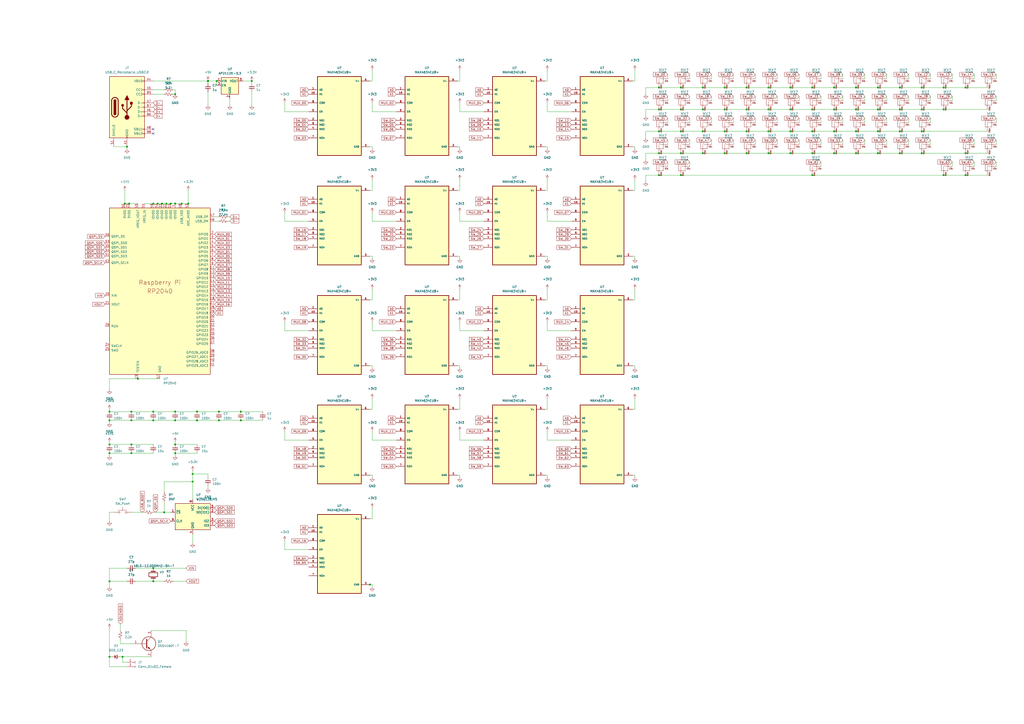
<source format=kicad_sch>
(kicad_sch (version 20211123) (generator eeschema)
  (paper "A2")
  (junction (at 560.07 88.9))
  (junction (at 547.37 63.5))
  (junction (at 458.47 76.2))
  (junction (at 76.2 262.89))
  (junction (at 509.27 76.2))
  (junction (at 125.73 46.99))
  (junction (at 63.5 238.76))
  (junction (at 109.22 118.11))
  (junction (at 63.5 337.1849))
  (junction (at 95.25 297.1799))
  (junction (at 509.27 50.8))
  (junction (at 382.27 50.8))
  (junction (at 394.97 76.2))
  (junction (at 394.97 63.5))
  (junction (at 407.67 50.8))
  (junction (at 80.01 219.71))
  (junction (at 509.27 63.5))
  (junction (at 63.5 257.81))
  (junction (at 127 243.84))
  (junction (at 99.06 118.11))
  (junction (at 111.76 274.9549))
  (junction (at 433.07 76.2))
  (junction (at 88.9 329.5649))
  (junction (at 458.47 63.5))
  (junction (at 111.76 279.3999))
  (junction (at 420.37 63.5))
  (junction (at 394.97 88.9))
  (junction (at 420.37 50.8))
  (junction (at 88.9 337.1849))
  (junction (at 114.3 243.84))
  (junction (at 483.87 88.9))
  (junction (at 483.87 63.5))
  (junction (at 88.9 238.76))
  (junction (at 382.27 63.5))
  (junction (at 433.07 88.9))
  (junction (at 534.67 50.8))
  (junction (at 521.97 50.8))
  (junction (at 509.27 88.9))
  (junction (at 71.12 380.9999))
  (junction (at 445.77 76.2))
  (junction (at 72.39 118.11))
  (junction (at 120.65 46.9899))
  (junction (at 93.98 118.11))
  (junction (at 88.9 243.84))
  (junction (at 76.2 238.76))
  (junction (at 471.17 76.2))
  (junction (at 483.87 76.2))
  (junction (at 534.67 76.2))
  (junction (at 101.6 238.76))
  (junction (at 407.67 76.2))
  (junction (at 445.77 50.8))
  (junction (at 63.5 262.89))
  (junction (at 483.87 50.8))
  (junction (at 496.57 88.9))
  (junction (at 547.37 101.6))
  (junction (at 139.7 243.84))
  (junction (at 471.17 50.8))
  (junction (at 101.6 243.84))
  (junction (at 471.17 101.6))
  (junction (at 101.6 262.89))
  (junction (at 120.65 46.99))
  (junction (at 458.47 88.9))
  (junction (at 420.37 76.2))
  (junction (at 139.7 238.76))
  (junction (at 521.97 63.5))
  (junction (at 471.17 88.9))
  (junction (at 547.37 50.8))
  (junction (at 407.67 63.5))
  (junction (at 560.07 101.6))
  (junction (at 76.2 243.84))
  (junction (at 127 238.76))
  (junction (at 534.67 63.5))
  (junction (at 445.77 63.5))
  (junction (at 74.93 118.11))
  (junction (at 105.41 118.11))
  (junction (at 534.67 88.9))
  (junction (at 560.07 50.8))
  (junction (at 496.57 76.2))
  (junction (at 63.5 380.9999))
  (junction (at 445.77 88.9))
  (junction (at 471.17 63.5))
  (junction (at 496.57 63.5))
  (junction (at 420.37 88.9))
  (junction (at 63.5 243.84))
  (junction (at 76.2 257.81))
  (junction (at 88.9 118.11))
  (junction (at 433.07 50.8))
  (junction (at 382.27 76.2))
  (junction (at 114.3 238.76))
  (junction (at 521.97 76.2))
  (junction (at 101.6 54.6099))
  (junction (at 214.63 339.09))
  (junction (at 496.57 50.8))
  (junction (at 146.05 46.9899))
  (junction (at 407.67 88.9))
  (junction (at 382.27 101.6))
  (junction (at 101.6 118.11))
  (junction (at 101.6 257.81))
  (junction (at 433.07 63.5))
  (junction (at 521.97 88.9))
  (junction (at 394.97 101.6))
  (junction (at 382.27 88.9))
  (junction (at 96.52 118.11))
  (junction (at 458.47 50.8))
  (junction (at 73.66 85.0899))
  (junction (at 394.97 50.8))
  (junction (at 91.44 118.11))
  (no_connect (at 88.9 77.4699))
  (no_connect (at 88.9 74.9299))
  (wire (pts (xy 374.65 101.6) (xy 374.65 105.41)))
  (wire (pts (xy 425.45 68.58) (xy 425.45 71.12)))
  (wire (pts (xy 165.1 128.27) (xy 179.07 128.27)))
  (wire (pts (xy 368.3 275.59) (xy 367.03 275.59)))
  (wire (pts (xy 483.87 76.2) (xy 471.17 76.2)))
  (wire (pts (xy 266.7 231.14) (xy 266.7 237.49)))
  (wire (pts (xy 215.9 128.27) (xy 229.87 128.27)))
  (wire (pts (xy 463.55 68.58) (xy 463.55 71.12)))
  (wire (pts (xy 76.2 262.89) (xy 88.9 262.89)))
  (wire (pts (xy 215.9 123.19) (xy 215.9 128.27)))
  (wire (pts (xy 111.76 279.3999) (xy 111.76 289.5599)))
  (wire (pts (xy 438.15 68.58) (xy 438.15 71.12)))
  (wire (pts (xy 560.07 101.6) (xy 547.37 101.6)))
  (wire (pts (xy 450.85 81.28) (xy 450.85 83.82)))
  (wire (pts (xy 215.9 294.64) (xy 215.9 300.99)))
  (wire (pts (xy 450.85 55.88) (xy 450.85 58.42)))
  (wire (pts (xy 139.7 238.76) (xy 152.4 238.76)))
  (wire (pts (xy 433.07 76.2) (xy 420.37 76.2)))
  (wire (pts (xy 483.87 88.9) (xy 471.17 88.9)))
  (wire (pts (xy 316.23 173.99) (xy 317.5 173.99)))
  (wire (pts (xy 71.12 380.9999) (xy 87.63 380.9999)))
  (wire (pts (xy 95.25 297.1799) (xy 99.06 297.1799)))
  (wire (pts (xy 266.7 212.09) (xy 265.43 212.09)))
  (wire (pts (xy 214.63 46.99) (xy 215.9 46.99)))
  (wire (pts (xy 387.35 55.88) (xy 387.35 58.42)))
  (wire (pts (xy 63.5 262.89) (xy 76.2 262.89)))
  (wire (pts (xy 572.77 88.9) (xy 560.07 88.9)))
  (wire (pts (xy 266.7 64.77) (xy 280.67 64.77)))
  (wire (pts (xy 101.6 118.11) (xy 105.41 118.11)))
  (wire (pts (xy 317.5 123.19) (xy 317.5 128.27)))
  (wire (pts (xy 266.7 275.59) (xy 265.43 275.59)))
  (wire (pts (xy 265.43 173.99) (xy 266.7 173.99)))
  (wire (pts (xy 73.66 85.0899) (xy 73.66 86.3599)))
  (wire (pts (xy 367.03 237.49) (xy 368.3 237.49)))
  (wire (pts (xy 63.5 262.89) (xy 63.5 264.16)))
  (wire (pts (xy 387.35 81.28) (xy 387.35 83.82)))
  (wire (pts (xy 63.5 238.76) (xy 76.2 238.76)))
  (wire (pts (xy 127 243.84) (xy 139.7 243.84)))
  (wire (pts (xy 420.37 50.8) (xy 433.07 50.8)))
  (wire (pts (xy 74.93 118.11) (xy 80.01 118.11)))
  (wire (pts (xy 69.85 373.3799) (xy 69.85 370.8399)))
  (wire (pts (xy 547.37 101.6) (xy 471.17 101.6)))
  (wire (pts (xy 501.65 55.88) (xy 501.65 58.42)))
  (wire (pts (xy 99.06 118.11) (xy 101.6 118.11)))
  (wire (pts (xy 407.67 88.9) (xy 394.97 88.9)))
  (wire (pts (xy 114.3 243.84) (xy 127 243.84)))
  (wire (pts (xy 69.85 373.3799) (xy 77.47 373.3799)))
  (wire (pts (xy 317.5 149.86) (xy 317.5 148.59)))
  (wire (pts (xy 72.39 110.49) (xy 72.39 118.11)))
  (wire (pts (xy 316.23 237.49) (xy 317.5 237.49)))
  (wire (pts (xy 527.05 68.58) (xy 527.05 71.12)))
  (wire (pts (xy 88.9 297.1799) (xy 95.25 297.1799)))
  (wire (pts (xy 63.5 237.49) (xy 63.5 238.76)))
  (wire (pts (xy 552.45 43.18) (xy 552.45 45.72)))
  (wire (pts (xy 539.75 81.28) (xy 539.75 83.82)))
  (wire (pts (xy 266.7 213.36) (xy 266.7 212.09)))
  (wire (pts (xy 565.15 81.28) (xy 565.15 83.82)))
  (wire (pts (xy 88.9 118.11) (xy 91.44 118.11)))
  (wire (pts (xy 368.3 212.09) (xy 367.03 212.09)))
  (wire (pts (xy 215.9 148.59) (xy 214.63 148.59)))
  (wire (pts (xy 509.27 76.2) (xy 496.57 76.2)))
  (wire (pts (xy 458.47 88.9) (xy 445.77 88.9)))
  (wire (pts (xy 111.76 273.0499) (xy 111.76 274.9549)))
  (wire (pts (xy 91.44 118.11) (xy 93.98 118.11)))
  (wire (pts (xy 317.5 104.14) (xy 317.5 110.49)))
  (wire (pts (xy 266.7 123.19) (xy 266.7 128.27)))
  (wire (pts (xy 215.9 104.14) (xy 215.9 110.49)))
  (wire (pts (xy 215.9 191.77) (xy 229.87 191.77)))
  (wire (pts (xy 547.37 50.8) (xy 560.07 50.8)))
  (wire (pts (xy 374.65 88.9) (xy 374.65 92.71)))
  (wire (pts (xy 76.2 243.84) (xy 88.9 243.84)))
  (wire (pts (xy 120.65 276.8599) (xy 120.65 274.9549)))
  (wire (pts (xy 509.27 88.9) (xy 496.57 88.9)))
  (wire (pts (xy 214.63 110.49) (xy 215.9 110.49)))
  (wire (pts (xy 114.3 238.76) (xy 127 238.76)))
  (wire (pts (xy 514.35 55.88) (xy 514.35 58.42)))
  (wire (pts (xy 488.95 43.18) (xy 488.95 45.72)))
  (wire (pts (xy 539.75 43.18) (xy 539.75 45.72)))
  (wire (pts (xy 496.57 76.2) (xy 483.87 76.2)))
  (wire (pts (xy 215.9 231.14) (xy 215.9 237.49)))
  (wire (pts (xy 425.45 55.88) (xy 425.45 58.42)))
  (wire (pts (xy 577.85 68.58) (xy 577.85 71.12)))
  (wire (pts (xy 165.1 59.69) (xy 165.1 64.77)))
  (wire (pts (xy 496.57 88.9) (xy 483.87 88.9)))
  (wire (pts (xy 317.5 186.69) (xy 317.5 191.77)))
  (wire (pts (xy 215.9 86.36) (xy 215.9 85.09)))
  (wire (pts (xy 101.6 238.76) (xy 114.3 238.76)))
  (wire (pts (xy 572.77 76.2) (xy 534.67 76.2)))
  (wire (pts (xy 76.2 257.81) (xy 88.9 257.81)))
  (wire (pts (xy 317.5 167.64) (xy 317.5 173.99)))
  (wire (pts (xy 215.9 275.59) (xy 214.63 275.59)))
  (wire (pts (xy 66.04 297.1799) (xy 63.5 297.1799)))
  (wire (pts (xy 394.97 88.9) (xy 382.27 88.9)))
  (wire (pts (xy 266.7 86.36) (xy 266.7 85.09)))
  (wire (pts (xy 88.9 238.76) (xy 101.6 238.76)))
  (wire (pts (xy 63.5 256.54) (xy 63.5 257.81)))
  (wire (pts (xy 132.08 128.27) (xy 133.35 128.27)))
  (wire (pts (xy 215.9 213.36) (xy 215.9 212.09)))
  (wire (pts (xy 266.7 191.77) (xy 280.67 191.77)))
  (wire (pts (xy 407.67 76.2) (xy 394.97 76.2)))
  (wire (pts (xy 552.45 55.88) (xy 552.45 58.42)))
  (wire (pts (xy 534.67 63.5) (xy 521.97 63.5)))
  (wire (pts (xy 101.6 257.81) (xy 114.3 257.81)))
  (wire (pts (xy 368.3 276.86) (xy 368.3 275.59)))
  (wire (pts (xy 63.5 219.71) (xy 80.01 219.71)))
  (wire (pts (xy 547.37 63.5) (xy 534.67 63.5)))
  (wire (pts (xy 101.6 52.0699) (xy 101.6 54.6099)))
  (wire (pts (xy 527.05 43.18) (xy 527.05 45.72)))
  (wire (pts (xy 146.05 53.34) (xy 146.05 60.96)))
  (wire (pts (xy 69.85 361.9499) (xy 69.85 365.7599)))
  (wire (pts (xy 265.43 110.49) (xy 266.7 110.49)))
  (wire (pts (xy 124.46 125.73) (xy 127 125.73)))
  (wire (pts (xy 266.7 148.59) (xy 265.43 148.59)))
  (wire (pts (xy 214.63 237.49) (xy 215.9 237.49)))
  (wire (pts (xy 476.25 81.28) (xy 476.25 83.82)))
  (wire (pts (xy 63.5 386.7149) (xy 63.5 380.9999)))
  (wire (pts (xy 560.07 88.9) (xy 534.67 88.9)))
  (wire (pts (xy 88.9 337.1849) (xy 95.25 337.1849)))
  (wire (pts (xy 66.04 85.0899) (xy 73.66 85.0899)))
  (wire (pts (xy 534.67 88.9) (xy 521.97 88.9)))
  (wire (pts (xy 367.03 110.49) (xy 368.3 110.49)))
  (wire (pts (xy 577.85 55.88) (xy 577.85 58.42)))
  (wire (pts (xy 215.9 40.64) (xy 215.9 46.99)))
  (wire (pts (xy 450.85 43.18) (xy 450.85 45.72)))
  (wire (pts (xy 407.67 50.8) (xy 420.37 50.8)))
  (wire (pts (xy 95.25 279.3999) (xy 95.25 285.7499)))
  (wire (pts (xy 433.07 50.8) (xy 445.77 50.8)))
  (wire (pts (xy 394.97 76.2) (xy 382.27 76.2)))
  (wire (pts (xy 450.85 68.58) (xy 450.85 71.12)))
  (wire (pts (xy 73.66 386.7149) (xy 63.5 386.7149)))
  (wire (pts (xy 76.2 297.1799) (xy 83.82 297.1799)))
  (wire (pts (xy 471.17 63.5) (xy 458.47 63.5)))
  (wire (pts (xy 317.5 148.59) (xy 316.23 148.59)))
  (wire (pts (xy 471.17 101.6) (xy 394.97 101.6)))
  (wire (pts (xy 317.5 250.19) (xy 317.5 255.27)))
  (wire (pts (xy 125.73 46.99) (xy 125.73 49.53)))
  (wire (pts (xy 214.63 173.99) (xy 215.9 173.99)))
  (wire (pts (xy 565.15 93.98) (xy 565.15 96.52)))
  (wire (pts (xy 69.85 380.9999) (xy 71.12 380.9999)))
  (wire (pts (xy 165.1 318.77) (xy 179.07 318.77)))
  (wire (pts (xy 368.3 149.86) (xy 368.3 148.59)))
  (wire (pts (xy 165.1 123.19) (xy 165.1 128.27)))
  (wire (pts (xy 488.95 81.28) (xy 488.95 83.82)))
  (wire (pts (xy 368.3 231.14) (xy 368.3 237.49)))
  (wire (pts (xy 471.17 88.9) (xy 458.47 88.9)))
  (wire (pts (xy 266.7 59.69) (xy 266.7 64.77)))
  (wire (pts (xy 514.35 43.18) (xy 514.35 45.72)))
  (wire (pts (xy 317.5 85.09) (xy 316.23 85.09)))
  (wire (pts (xy 374.65 63.5) (xy 374.65 67.31)))
  (wire (pts (xy 317.5 40.64) (xy 317.5 46.99)))
  (wire (pts (xy 317.5 128.27) (xy 331.47 128.27)))
  (wire (pts (xy 101.6 262.89) (xy 101.6 264.16)))
  (wire (pts (xy 111.76 279.3999) (xy 95.25 279.3999)))
  (wire (pts (xy 471.17 76.2) (xy 458.47 76.2)))
  (wire (pts (xy 111.76 274.9549) (xy 111.76 279.3999)))
  (wire (pts (xy 382.27 101.6) (xy 374.65 101.6)))
  (wire (pts (xy 400.05 93.98) (xy 400.05 96.52)))
  (wire (pts (xy 266.7 104.14) (xy 266.7 110.49)))
  (wire (pts (xy 382.27 76.2) (xy 374.65 76.2)))
  (wire (pts (xy 458.47 76.2) (xy 445.77 76.2)))
  (wire (pts (xy 394.97 63.5) (xy 382.27 63.5)))
  (wire (pts (xy 539.75 68.58) (xy 539.75 71.12)))
  (wire (pts (xy 368.3 86.36) (xy 368.3 85.09)))
  (wire (pts (xy 72.39 118.11) (xy 74.93 118.11)))
  (wire (pts (xy 382.27 50.8) (xy 394.97 50.8)))
  (wire (pts (xy 215.8999 339.09) (xy 214.63 339.09)))
  (wire (pts (xy 101.6 262.89) (xy 114.3 262.89)))
  (wire (pts (xy 214.63 300.99) (xy 215.9 300.99)))
  (wire (pts (xy 374.65 76.2) (xy 374.65 80.01)))
  (wire (pts (xy 394.97 101.6) (xy 382.27 101.6)))
  (wire (pts (xy 400.05 81.28) (xy 400.05 83.82)))
  (wire (pts (xy 215.9 149.86) (xy 215.9 148.59)))
  (wire (pts (xy 394.97 50.8) (xy 407.67 50.8)))
  (wire (pts (xy 139.7 243.84) (xy 152.4 243.84)))
  (wire (pts (xy 476.25 93.98) (xy 476.25 96.52)))
  (wire (pts (xy 120.65 53.34) (xy 120.65 60.96)))
  (wire (pts (xy 496.57 50.8) (xy 509.27 50.8)))
  (wire (pts (xy 527.05 55.88) (xy 527.05 58.42)))
  (wire (pts (xy 387.35 68.58) (xy 387.35 71.12)))
  (wire (pts (xy 215.9 212.09) (xy 214.63 212.09)))
  (wire (pts (xy 368.3 40.64) (xy 368.3 46.99)))
  (wire (pts (xy 509.27 63.5) (xy 496.57 63.5)))
  (wire (pts (xy 552.45 93.98) (xy 552.45 96.52)))
  (wire (pts (xy 101.6 243.84) (xy 114.3 243.84)))
  (wire (pts (xy 368.3 85.09) (xy 367.03 85.09)))
  (wire (pts (xy 266.7 128.27) (xy 280.67 128.27)))
  (wire (pts (xy 105.41 118.11) (xy 109.22 118.11)))
  (wire (pts (xy 165.1 255.27) (xy 179.07 255.27)))
  (wire (pts (xy 514.35 68.58) (xy 514.35 71.12)))
  (wire (pts (xy 382.27 50.8) (xy 374.65 50.8)))
  (wire (pts (xy 463.55 43.18) (xy 463.55 45.72)))
  (wire (pts (xy 565.15 43.18) (xy 565.15 45.72)))
  (wire (pts (xy 140.97 46.99) (xy 146.05 46.99)))
  (wire (pts (xy 471.17 50.8) (xy 483.87 50.8)))
  (wire (pts (xy 438.15 43.18) (xy 438.15 45.72)))
  (wire (pts (xy 88.9 54.6099) (xy 95.25 54.6099)))
  (wire (pts (xy 120.65 46.99) (xy 125.73 46.99)))
  (wire (pts (xy 146.05 46.99) (xy 146.05 48.26)))
  (wire (pts (xy 63.5 364.4899) (xy 63.5 380.9999)))
  (wire (pts (xy 71.12 380.9999) (xy 71.12 384.1749)))
  (wire (pts (xy 127 238.76) (xy 139.7 238.76)))
  (wire (pts (xy 458.47 50.8) (xy 471.17 50.8)))
  (wire (pts (xy 215.9 64.77) (xy 229.87 64.77)))
  (wire (pts (xy 266.7 167.64) (xy 266.7 173.99)))
  (wire (pts (xy 87.63 365.7599) (xy 107.95 365.7599)))
  (wire (pts (xy 317.5 59.69) (xy 317.5 64.77)))
  (wire (pts (xy 63.5 226.06) (xy 63.5 219.71)))
  (wire (pts (xy 95.25 290.8299) (xy 95.25 297.1799)))
  (wire (pts (xy 412.75 55.88) (xy 412.75 58.42)))
  (wire (pts (xy 367.03 173.99) (xy 368.3 173.99)))
  (wire (pts (xy 80.01 219.71) (xy 92.71 219.71)))
  (wire (pts (xy 88.9 329.5649) (xy 107.95 329.5649)))
  (wire (pts (xy 265.43 237.49) (xy 266.7 237.49)))
  (wire (pts (xy 63.5 329.5649) (xy 73.66 329.5649)))
  (wire (pts (xy 382.27 63.5) (xy 374.65 63.5)))
  (wire (pts (xy 316.23 110.49) (xy 317.5 110.49)))
  (wire (pts (xy 458.47 63.5) (xy 445.77 63.5)))
  (wire (pts (xy 76.2 238.76) (xy 88.9 238.76)))
  (wire (pts (xy 445.77 63.5) (xy 433.07 63.5)))
  (wire (pts (xy 165.1 250.19) (xy 165.1 255.27)))
  (wire (pts (xy 88.9 46.9899) (xy 120.65 46.9899)))
  (wire (pts (xy 374.65 50.8) (xy 374.65 54.61)))
  (wire (pts (xy 93.98 118.11) (xy 96.52 118.11)))
  (wire (pts (xy 165.1 186.69) (xy 165.1 191.77)))
  (wire (pts (xy 445.77 76.2) (xy 433.07 76.2)))
  (wire (pts (xy 368.3 167.64) (xy 368.3 173.99)))
  (wire (pts (xy 501.65 68.58) (xy 501.65 71.12)))
  (wire (pts (xy 476.25 55.88) (xy 476.25 58.42)))
  (wire (pts (xy 382.27 88.9) (xy 374.65 88.9)))
  (wire (pts (xy 63.5 380.9999) (xy 64.77 380.9999)))
  (wire (pts (xy 400.05 43.18) (xy 400.05 45.72)))
  (wire (pts (xy 445.77 88.9) (xy 433.07 88.9)))
  (wire (pts (xy 316.23 46.99) (xy 317.5 46.99)))
  (wire (pts (xy 368.3 148.59) (xy 367.03 148.59)))
  (wire (pts (xy 165.1 64.77) (xy 179.07 64.77)))
  (wire (pts (xy 572.77 101.6) (xy 560.07 101.6)))
  (wire (pts (xy 501.65 81.28) (xy 501.65 83.82)))
  (wire (pts (xy 96.52 118.11) (xy 99.06 118.11)))
  (wire (pts (xy 317.5 212.09) (xy 316.23 212.09)))
  (wire (pts (xy 107.95 365.7599) (xy 107.95 372.1099)))
  (wire (pts (xy 132.08 125.73) (xy 133.35 125.73)))
  (wire (pts (xy 109.22 110.49) (xy 109.22 118.11)))
  (wire (pts (xy 463.55 81.28) (xy 463.55 83.82)))
  (wire (pts (xy 317.5 64.77) (xy 331.47 64.77)))
  (wire (pts (xy 88.9 243.84) (xy 101.6 243.84)))
  (wire (pts (xy 165.1 313.69) (xy 165.1 318.77)))
  (wire (pts (xy 317.5 231.14) (xy 317.5 237.49)))
  (wire (pts (xy 407.67 63.5) (xy 394.97 63.5)))
  (wire (pts (xy 63.5 243.84) (xy 76.2 243.84)))
  (wire (pts (xy 266.7 250.19) (xy 266.7 255.27)))
  (wire (pts (xy 317.5 213.36) (xy 317.5 212.09)))
  (wire (pts (xy 100.33 337.1849) (xy 107.95 337.1849)))
  (wire (pts (xy 425.45 81.28) (xy 425.45 83.82)))
  (wire (pts (xy 420.37 63.5) (xy 407.67 63.5)))
  (wire (pts (xy 420.37 88.9) (xy 407.67 88.9)))
  (wire (pts (xy 476.25 68.58) (xy 476.25 71.12)))
  (wire (pts (xy 400.05 55.88) (xy 400.05 58.42)))
  (wire (pts (xy 387.35 43.18) (xy 387.35 45.72)))
  (wire (pts (xy 483.87 50.8) (xy 496.57 50.8)))
  (wire (pts (xy 214.63 339.09) (xy 214.6299 339.09)))
  (wire (pts (xy 521.97 63.5) (xy 509.27 63.5)))
  (wire (pts (xy 120.65 274.9549) (xy 111.76 274.9549)))
  (wire (pts (xy 317.5 255.27) (xy 331.47 255.27)))
  (wire (pts (xy 265.43 85.09) (xy 266.7 85.09)))
  (wire (pts (xy 483.87 63.5) (xy 471.17 63.5)))
  (wire (pts (xy 101.6 256.54) (xy 101.6 257.81)))
  (wire (pts (xy 488.95 68.58) (xy 488.95 71.12)))
  (wire (pts (xy 165.1 191.77) (xy 179.07 191.77)))
  (wire (pts (xy 521.97 50.8) (xy 534.67 50.8)))
  (wire (pts (xy 509.27 50.8) (xy 521.97 50.8)))
  (wire (pts (xy 78.74 329.5649) (xy 88.9 329.5649)))
  (wire (pts (xy 488.95 55.88) (xy 488.95 58.42)))
  (wire (pts (xy 438.15 81.28) (xy 438.15 83.82)))
  (wire (pts (xy 577.85 43.18) (xy 577.85 45.72)))
  (wire (pts (xy 78.74 337.1849) (xy 88.9 337.1849)))
  (wire (pts (xy 266.7 186.69) (xy 266.7 191.77)))
  (wire (pts (xy 73.66 337.1849) (xy 63.5 337.1849)))
  (wire (pts (xy 521.97 76.2) (xy 509.27 76.2)))
  (wire (pts (xy 266.7 255.27) (xy 280.67 255.27)))
  (wire (pts (xy 534.67 50.8) (xy 547.37 50.8)))
  (wire (pts (xy 100.33 52.0699) (xy 101.6 52.0699)))
  (wire (pts (xy 215.9 167.64) (xy 215.9 173.99)))
  (wire (pts (xy 412.75 81.28) (xy 412.75 83.82)))
  (wire (pts (xy 215.9 250.19) (xy 215.9 255.27)))
  (wire (pts (xy 83.82 118.11) (xy 88.9 118.11)))
  (wire (pts (xy 133.35 57.15) (xy 133.35 60.96)))
  (wire (pts (xy 215.9 255.27) (xy 229.87 255.27)))
  (wire (pts (xy 501.65 43.18) (xy 501.65 45.72)))
  (wire (pts (xy 514.35 81.28) (xy 514.35 83.82)))
  (wire (pts (xy 317.5 191.77) (xy 331.47 191.77)))
  (wire (pts (xy 463.55 55.88) (xy 463.55 58.42)))
  (wire (pts (xy 63.5 337.1849) (xy 63.5 340.3599)))
  (wire (pts (xy 425.45 43.18) (xy 425.45 45.72)))
  (wire (pts (xy 266.7 149.86) (xy 266.7 148.59)))
  (wire (pts (xy 266.7 40.64) (xy 266.7 46.99)))
  (wire (pts (xy 476.25 43.18) (xy 476.25 45.72)))
  (wire (pts (xy 368.3 104.14) (xy 368.3 110.49)))
  (wire (pts (xy 63.5 257.81) (xy 76.2 257.81)))
  (wire (pts (xy 88.9 52.0699) (xy 95.25 52.0699)))
  (wire (pts (xy 215.8999 340.36) (xy 215.8999 339.09)))
  (wire (pts (xy 317.5 275.59) (xy 316.23 275.59)))
  (wire (pts (xy 527.05 81.28) (xy 527.05 83.82)))
  (wire (pts (xy 572.77 63.5) (xy 547.37 63.5)))
  (wire (pts (xy 73.66 384.1749) (xy 71.12 384.1749)))
  (wire (pts (xy 577.85 81.28) (xy 577.85 83.82)))
  (wire (pts (xy 215.9 59.69) (xy 215.9 64.77)))
  (wire (pts (xy 215.9 276.86) (xy 215.9 275.59)))
  (wire (pts (xy 412.75 43.18) (xy 412.75 45.72)))
  (wire (pts (xy 317.5 86.36) (xy 317.5 85.09)))
  (wire (pts (xy 577.85 93.98) (xy 577.85 96.52)))
  (wire (pts (xy 433.07 63.5) (xy 420.37 63.5)))
  (wire (pts (xy 420.37 76.2) (xy 407.67 76.2)))
  (wire (pts (xy 496.57 63.5) (xy 483.87 63.5)))
  (wire (pts (xy 521.97 88.9) (xy 509.27 88.9)))
  (wire (pts (xy 560.07 50.8) (xy 572.77 50.8)))
  (wire (pts (xy 215.9 186.69) (xy 215.9 191.77)))
  (wire (pts (xy 317.5 276.86) (xy 317.5 275.59)))
  (wire (pts (xy 101.6 54.6099) (xy 100.33 54.6099)))
  (wire (pts (xy 433.07 88.9) (xy 420.37 88.9)))
  (wire (pts (xy 111.76 309.8799) (xy 111.76 314.9599)))
  (wire (pts (xy 445.77 50.8) (xy 458.47 50.8)))
  (wire (pts (xy 120.65 46.99) (xy 120.65 48.26)))
  (wire (pts (xy 63.5 337.1849) (xy 63.5 329.5649)))
  (wire (pts (xy 215.9 85.09) (xy 214.63 85.09)))
  (wire (pts (xy 120.65 281.9399) (xy 120.65 283.2099)))
  (wire (pts (xy 534.67 76.2) (xy 521.97 76.2)))
  (wire (pts (xy 63.5 297.1799) (xy 63.5 302.2599)))
  (wire (pts (xy 400.05 68.58) (xy 400.05 71.12)))
  (wire (pts (xy 438.15 55.88) (xy 438.15 58.42)))
  (wire (pts (xy 387.35 93.98) (xy 387.35 96.52)))
  (wire (pts (xy 266.7 276.86) (xy 266.7 275.59)))
  (wire (pts (xy 124.46 128.27) (xy 127 128.27)))
  (wire (pts (xy 367.03 46.99) (xy 368.3 46.99)))
  (wire (pts (xy 265.43 46.99) (xy 266.7 46.99)))
  (wire (pts (xy 539.75 55.88) (xy 539.75 58.42)))
  (wire (pts (xy 412.75 68.58) (xy 412.75 71.12)))
  (wire (pts (xy 63.5 243.84) (xy 63.5 245.11)))
  (wire (pts (xy 368.3 213.36) (xy 368.3 212.09)))
  (global_label "MUX_06" (shape input) (at 124.46 151.13 0) (property "Intersheet References" "${INTERSHEET_REFS}" (effects hide)))
  (global_label "MUX_01" (shape input) (at 179.07 123.19 180) (property "Intersheet References" "${INTERSHEET_REFS}" (effects hide)))
  (global_label "SW_42" (shape input) (at 527.05 68.58 180) (property "Intersheet References" "${INTERSHEET_REFS}" (effects hide)))
  (global_label "SW_13" (shape input) (at 552.45 43.18 180) (property "Intersheet References" "${INTERSHEET_REFS}" (effects hide)))
  (global_label "SW_43" (shape input) (at 280.67 207.01 180) (property "Intersheet References" "${INTERSHEET_REFS}" (effects hide)))
  (global_label "MUX_16" (shape input) (at 179.07 313.69 180) (property "Intersheet References" "${INTERSHEET_REFS}" (effects hide)))
  (global_label "QSPI_SD2" (shape input) (at 60.96 146.05 180) (property "Intersheet References" "${INTERSHEET_REFS}" (effects hide)))
  (global_label "MUX_04" (shape input) (at 280.67 59.69 180) (property "Intersheet References" "${INTERSHEET_REFS}" (effects hide)))
  (global_label "SW_12" (shape input) (at 331.47 69.85 180) (property "Intersheet References" "${INTERSHEET_REFS}" (effects hide)))
  (global_label "A0" (shape input) (at 331.47 52.07 180) (property "Intersheet References" "${INTERSHEET_REFS}" (effects hide)))
  (global_label "SW_01" (shape input) (at 400.05 43.18 180) (property "Intersheet References" "${INTERSHEET_REFS}" (effects hide)))
  (global_label "A0" (shape input) (at 280.67 179.07 180) (property "Intersheet References" "${INTERSHEET_REFS}" (effects hide)))
  (global_label "A0" (shape input) (at 331.47 179.07 180) (property "Intersheet References" "${INTERSHEET_REFS}" (effects hide)))
  (global_label "SW_55" (shape input) (at 229.87 270.51 180) (property "Intersheet References" "${INTERSHEET_REFS}" (effects hide)))
  (global_label "SW_50" (shape input) (at 179.07 265.43 180) (property "Intersheet References" "${INTERSHEET_REFS}" (effects hide)))
  (global_label "MUX_08" (shape input) (at 179.07 186.69 180) (property "Intersheet References" "${INTERSHEET_REFS}" (effects hide)))
  (global_label "A1" (shape input) (at 280.67 245.11 180) (property "Intersheet References" "${INTERSHEET_REFS}" (effects hide)))
  (global_label "MUX_04" (shape input) (at 124.46 146.05 0) (property "Intersheet References" "${INTERSHEET_REFS}" (effects hide)))
  (global_label "D-" (shape input) (at 88.9 59.6899 0) (property "Intersheet References" "${INTERSHEET_REFS}" (effects hide)))
  (global_label "SW_16" (shape input) (at 179.07 133.35 180) (property "Intersheet References" "${INTERSHEET_REFS}" (effects hide)))
  (global_label "SW_44" (shape input) (at 331.47 196.85 180) (property "Intersheet References" "${INTERSHEET_REFS}" (effects hide)))
  (global_label "SW_25" (shape input) (at 280.67 135.89 180) (property "Intersheet References" "${INTERSHEET_REFS}" (effects hide)))
  (global_label "MUX_03" (shape input) (at 229.87 123.19 180) (property "Intersheet References" "${INTERSHEET_REFS}" (effects hide)))
  (global_label "QSPI_SD2" (shape input) (at 124.46 302.2599 0) (property "Intersheet References" "${INTERSHEET_REFS}" (effects hide)))
  (global_label "QSPI_SD1" (shape input) (at 124.46 297.1799 0) (property "Intersheet References" "${INTERSHEET_REFS}" (effects hide)))
  (global_label "SW_15" (shape input) (at 331.47 80.01 180) (property "Intersheet References" "${INTERSHEET_REFS}" (effects hide)))
  (global_label "SW_45" (shape input) (at 331.47 199.39 180) (property "Intersheet References" "${INTERSHEET_REFS}" (effects hide)))
  (global_label "SW_06" (shape input) (at 463.55 43.18 180) (property "Intersheet References" "${INTERSHEET_REFS}" (effects hide)))
  (global_label "SW_26" (shape input) (at 514.35 55.88 180) (property "Intersheet References" "${INTERSHEET_REFS}" (effects hide)))
  (global_label "MUX_06" (shape input) (at 331.47 59.69 180) (property "Intersheet References" "${INTERSHEET_REFS}" (effects hide)))
  (global_label "A1" (shape input) (at 331.47 245.11 180) (property "Intersheet References" "${INTERSHEET_REFS}" (effects hide)))
  (global_label "A1" (shape input) (at 179.07 54.61 180) (property "Intersheet References" "${INTERSHEET_REFS}" (effects hide)))
  (global_label "MUX_05" (shape input) (at 124.46 148.59 0) (property "Intersheet References" "${INTERSHEET_REFS}" (effects hide)))
  (global_label "SOLENOID" (shape input) (at 69.85 361.9499 90) (property "Intersheet References" "${INTERSHEET_REFS}" (effects hide)))
  (global_label "MUX_11" (shape input) (at 124.46 163.83 0) (property "Intersheet References" "${INTERSHEET_REFS}" (effects hide)))
  (global_label "SW_04" (shape input) (at 229.87 69.85 180) (property "Intersheet References" "${INTERSHEET_REFS}" (effects hide)))
  (global_label "SW_00" (shape input) (at 179.07 69.85 180) (property "Intersheet References" "${INTERSHEET_REFS}" (effects hide)))
  (global_label "A0" (shape input) (at 331.47 242.57 180) (property "Intersheet References" "${INTERSHEET_REFS}" (effects hide)))
  (global_label "SW_38" (shape input) (at 476.25 68.58 180) (property "Intersheet References" "${INTERSHEET_REFS}" (effects hide)))
  (global_label "SW_22" (shape input) (at 463.55 55.88 180) (property "Intersheet References" "${INTERSHEET_REFS}" (effects hide)))
  (global_label "SW_28" (shape input) (at 539.75 55.88 180) (property "Intersheet References" "${INTERSHEET_REFS}" (effects hide)))
  (global_label "A1" (shape input) (at 229.87 245.11 180) (property "Intersheet References" "${INTERSHEET_REFS}" (effects hide)))
  (global_label "SW_06" (shape input) (at 229.87 74.93 180) (property "Intersheet References" "${INTERSHEET_REFS}" (effects hide)))
  (global_label "SW_05" (shape input) (at 229.87 72.39 180) (property "Intersheet References" "${INTERSHEET_REFS}" (effects hide)))
  (global_label "SW_47" (shape input) (at 331.47 207.01 180) (property "Intersheet References" "${INTERSHEET_REFS}" (effects hide)))
  (global_label "MUX_16" (shape input) (at 124.46 176.53 0) (property "Intersheet References" "${INTERSHEET_REFS}" (effects hide)))
  (global_label "A0" (shape input) (at 179.07 115.57 180) (property "Intersheet References" "${INTERSHEET_REFS}" (effects hide)))
  (global_label "MUX_09" (shape input) (at 179.07 250.19 180) (property "Intersheet References" "${INTERSHEET_REFS}" (effects hide)))
  (global_label "A1" (shape input) (at 179.07 245.11 180) (property "Intersheet References" "${INTERSHEET_REFS}" (effects hide)))
  (global_label "D+" (shape input) (at 88.9 67.3099 0) (property "Intersheet References" "${INTERSHEET_REFS}" (effects hide)))
  (global_label "SW_05" (shape input) (at 450.85 43.18 180) (property "Intersheet References" "${INTERSHEET_REFS}" (effects hide)))
  (global_label "SW_46" (shape input) (at 400.05 81.28 180) (property "Intersheet References" "${INTERSHEET_REFS}" (effects hide)))
  (global_label "SW_56" (shape input) (at 527.05 81.28 180) (property "Intersheet References" "${INTERSHEET_REFS}" (effects hide)))
  (global_label "SW_30" (shape input) (at 577.85 55.88 180) (property "Intersheet References" "${INTERSHEET_REFS}" (effects hide)))
  (global_label "SW_22" (shape input) (at 229.87 138.43 180) (property "Intersheet References" "${INTERSHEET_REFS}" (effects hide)))
  (global_label "SW_21" (shape input) (at 229.87 135.89 180) (property "Intersheet References" "${INTERSHEET_REFS}" (effects hide)))
  (global_label "QSPI_SD1" (shape input) (at 60.96 143.51 180) (property "Intersheet References" "${INTERSHEET_REFS}" (effects hide)))
  (global_label "A0" (shape input) (at 229.87 52.07 180) (property "Intersheet References" "${INTERSHEET_REFS}" (effects hide)))
  (global_label "SW_55" (shape input) (at 514.35 81.28 180) (property "Intersheet References" "${INTERSHEET_REFS}" (effects hide)))
  (global_label "SW_52" (shape input) (at 476.25 81.28 180) (property "Intersheet References" "${INTERSHEET_REFS}" (effects hide)))
  (global_label "MUX_12" (shape input) (at 124.46 166.37 0) (property "Intersheet References" "${INTERSHEET_REFS}" (effects hide)))
  (global_label "SW_21" (shape input) (at 450.85 55.88 180) (property "Intersheet References" "${INTERSHEET_REFS}" (effects hide)))
  (global_label "SW_41" (shape input) (at 514.35 68.58 180) (property "Intersheet References" "${INTERSHEET_REFS}" (effects hide)))
  (global_label "A1" (shape input) (at 229.87 54.61 180) (property "Intersheet References" "${INTERSHEET_REFS}" (effects hide)))
  (global_label "MUX_00" (shape input) (at 179.07 59.69 180) (property "Intersheet References" "${INTERSHEET_REFS}" (effects hide)))
  (global_label "SW_44" (shape input) (at 577.85 68.58 180) (property "Intersheet References" "${INTERSHEET_REFS}" (effects hide)))
  (global_label "MUX_02" (shape input) (at 229.87 59.69 180) (property "Intersheet References" "${INTERSHEET_REFS}" (effects hide)))
  (global_label "SW_58" (shape input) (at 565.15 81.28 180) (property "Intersheet References" "${INTERSHEET_REFS}" (effects hide)))
  (global_label "SW_37" (shape input) (at 463.55 68.58 180) (property "Intersheet References" "${INTERSHEET_REFS}" (effects hide)))
  (global_label "MUX_15" (shape input) (at 124.46 173.99 0) (property "Intersheet References" "${INTERSHEET_REFS}" (effects hide)))
  (global_label "A0" (shape input) (at 280.67 52.07 180) (property "Intersheet References" "${INTERSHEET_REFS}" (effects hide)))
  (global_label "A1" (shape input) (at 331.47 118.11 180) (property "Intersheet References" "${INTERSHEET_REFS}" (effects hide)))
  (global_label "SW_29" (shape input) (at 552.45 55.88 180) (property "Intersheet References" "${INTERSHEET_REFS}" (effects hide)))
  (global_label "MUX_10" (shape input) (at 229.87 186.69 180) (property "Intersheet References" "${INTERSHEET_REFS}" (effects hide)))
  (global_label "QSPI_SCLK" (shape input) (at 99.06 302.2599 180) (property "Intersheet References" "${INTERSHEET_REFS}" (effects hide)))
  (global_label "SW_59" (shape input) (at 280.67 270.51 180) (property "Intersheet References" "${INTERSHEET_REFS}" (effects hide)))
  (global_label "QSPI_SD0" (shape input) (at 60.96 140.97 180) (property "Intersheet References" "${INTERSHEET_REFS}" (effects hide)))
  (global_label "SW_07" (shape input) (at 229.87 80.01 180) (property "Intersheet References" "${INTERSHEET_REFS}" (effects hide)))
  (global_label "MUX_08" (shape input) (at 124.46 156.21 0) (property "Intersheet References" "${INTERSHEET_REFS}" (effects hide)))
  (global_label "SW_20" (shape input) (at 229.87 133.35 180) (property "Intersheet References" "${INTERSHEET_REFS}" (effects hide)))
  (global_label "SW_01" (shape input) (at 179.07 72.39 180) (property "Intersheet References" "${INTERSHEET_REFS}" (effects hide)))
  (global_label "MUX_14" (shape input) (at 124.46 171.45 0) (property "Intersheet References" "${INTERSHEET_REFS}" (effects hide)))
  (global_label "SW_39" (shape input) (at 229.87 207.01 180) (property "Intersheet References" "${INTERSHEET_REFS}" (effects hide)))
  (global_label "A1" (shape input) (at 280.67 54.61 180) (property "Intersheet References" "${INTERSHEET_REFS}" (effects hide)))
  (global_label "SW_63" (shape input) (at 552.45 93.98 180) (property "Intersheet References" "${INTERSHEET_REFS}" (effects hide)))
  (global_label "SW_13" (shape input) (at 331.47 72.39 180) (property "Intersheet References" "${INTERSHEET_REFS}" (effects hide)))
  (global_label "SW_57" (shape input) (at 280.67 262.89 180) (property "Intersheet References" "${INTERSHEET_REFS}" (effects hide)))
  (global_label "SW_41" (shape input) (at 280.67 199.39 180) (property "Intersheet References" "${INTERSHEET_REFS}" (effects hide)))
  (global_label "SW_63" (shape input) (at 331.47 270.51 180) (property "Intersheet References" "${INTERSHEET_REFS}" (effects hide)))
  (global_label "SW_35" (shape input) (at 179.07 207.01 180) (property "Intersheet References" "${INTERSHEET_REFS}" (effects hide)))
  (global_label "MUX_15" (shape input) (at 331.47 250.19 180) (property "Intersheet References" "${INTERSHEET_REFS}" (effects hide)))
  (global_label "SW_38" (shape input) (at 229.87 201.93 180) (property "Intersheet References" "${INTERSHEET_REFS}" (effects hide)))
  (global_label "SW_07" (shape input) (at 476.25 43.18 180) (property "Intersheet References" "${INTERSHEET_REFS}" (effects hide)))
  (global_label "SW_32" (shape input) (at 400.05 68.58 180) (property "Intersheet References" "${INTERSHEET_REFS}" (effects hide)))
  (global_label "A0" (shape input) (at 179.07 306.07 180) (property "Intersheet References" "${INTERSHEET_REFS}" (effects hide)))
  (global_label "SW_26" (shape input) (at 280.67 138.43 180) (property "Intersheet References" "${INTERSHEET_REFS}" (effects hide)))
  (global_label "A1" (shape input) (at 280.67 181.61 180) (property "Intersheet References" "${INTERSHEET_REFS}" (effects hide)))
  (global_label "SW_29" (shape input) (at 331.47 135.89 180) (property "Intersheet References" "${INTERSHEET_REFS}" (effects hide)))
  (global_label "SW_24" (shape input) (at 280.67 133.35 180) (property "Intersheet References" "${INTERSHEET_REFS}" (effects hide)))
  (global_label "SW_10" (shape input) (at 280.67 74.93 180) (property "Intersheet References" "${INTERSHEET_REFS}" (effects hide)))
  (global_label "A0" (shape input) (at 179.07 179.07 180) (property "Intersheet References" "${INTERSHEET_REFS}" (effects hide)))
  (global_label "SW_54" (shape input) (at 229.87 265.43 180) (property "Intersheet References" "${INTERSHEET_REFS}" (effects hide)))
  (global_label "SW_47" (shape input) (at 412.75 81.28 180) (property "Intersheet References" "${INTERSHEET_REFS}" (effects hide)))
  (global_label "SW_18" (shape input) (at 179.07 138.43 180) (property "Intersheet References" "${INTERSHEET_REFS}" (effects hide)))
  (global_label "SW_65" (shape input) (at 577.85 93.98 180) (property "Intersheet References" "${INTERSHEET_REFS}" (effects hide)))
  (global_label "SW_19" (shape input) (at 179.07 143.51 180) (property "Intersheet References" "${INTERSHEET_REFS}" (effects hide)))
  (global_label "XOUT" (shape input) (at 60.96 176.5299 180) (property "Intersheet References" "${INTERSHEET_REFS}" (effects hide)))
  (global_label "SW_30" (shape input) (at 331.47 138.43 180) (property "Intersheet References" "${INTERSHEET_REFS}" (effects hide)))
  (global_label "SW_14" (shape input) (at 331.47 74.93 180) (property "Intersheet References" "${INTERSHEET_REFS}" (effects hide)))
  (global_label "SW_27" (shape input) (at 280.67 143.51 180) (property "Intersheet References" "${INTERSHEET_REFS}" (effects hide)))
  (global_label "SW_60" (shape input) (at 387.35 93.98 180) (property "Intersheet References" "${INTERSHEET_REFS}" (effects hide)))
  (global_label "MUX_12" (shape input) (at 280.67 186.69 180) (property "Intersheet References" "${INTERSHEET_REFS}" (effects hide)))
  (global_label "QSPI_SCLK" (shape input) (at 60.96 152.4 180) (property "Intersheet References" "${INTERSHEET_REFS}" (effects hide)))
  (global_label "QSPI_SD0" (shape input) (at 124.46 294.6399 0) (property "Intersheet References" "${INTERSHEET_REFS}" (effects hide)))
  (global_label "SW_17" (shape input) (at 400.05 55.88 180) (property "Intersheet References" "${INTERSHEET_REFS}" (effects hide)))
  (global_label "XOUT" (shape input) (at 107.95 337.1849 0) (property "Intersheet References" "${INTERSHEET_REFS}" (effects hide)))
  (global_label "SW_12" (shape input) (at 539.75 43.18 180) (property "Intersheet References" "${INTERSHEET_REFS}" (effects hide)))
  (global_label "MUX_10" (shape input) (at 124.46 161.29 0) (property "Intersheet References" "${INTERSHEET_REFS}" (effects hide)))
  (global_label "MUX_03" (shape input) (at 124.46 143.51 0) (property "Intersheet References" "${INTERSHEET_REFS}" (effects hide)))
  (global_label "XIN" (shape input) (at 60.96 171.4499 180) (property "Intersheet References" "${INTERSHEET_REFS}" (effects hide)))
  (global_label "D-" (shape input) (at 88.9 62.2299 0) (property "Intersheet References" "${INTERSHEET_REFS}" (effects hide)))
  (global_label "MUX_09" (shape input) (at 124.46 158.75 0) (property "Intersheet References" "${INTERSHEET_REFS}" (effects hide)))
  (global_label "SW_61" (shape input) (at 331.47 262.89 180) (property "Intersheet References" "${INTERSHEET_REFS}" (effects hide)))
  (global_label "MUX_07" (shape input) (at 124.46 153.67 0) (property "Intersheet References" "${INTERSHEET_REFS}" (effects hide)))
  (global_label "MUX_05" (shape input) (at 280.67 123.19 180) (property "Intersheet References" "${INTERSHEET_REFS}" (effects hide)))
  (global_label "SW_23" (shape input) (at 476.25 55.88 180) (property "Intersheet References" "${INTERSHEET_REFS}" (effects hide)))
  (global_label "SW_19" (shape input) (at 425.45 55.88 180) (property "Intersheet References" "${INTERSHEET_REFS}" (effects hide)))
  (global_label "SW_60" (shape input) (at 331.47 260.35 180) (property "Intersheet References" "${INTERSHEET_REFS}" (effects hide)))
  (global_label "A0" (shape input) (at 124.46 179.07 0) (property "Intersheet References" "${INTERSHEET_REFS}" (effects hide)))
  (global_label "A0" (shape input) (at 179.07 52.07 180) (property "Intersheet References" "${INTERSHEET_REFS}" (effects hide)))
  (global_label "SW_02" (shape input) (at 179.07 74.93 180) (property "Intersheet References" "${INTERSHEET_REFS}" (effects hide)))
  (global_label "SW_14" (shape input) (at 565.15 43.18 180) (property "Intersheet References" "${INTERSHEET_REFS}" (effects hide)))
  (global_label "SW_28" (shape input) (at 331.47 133.35 180) (property "Intersheet References" "${INTERSHEET_REFS}" (effects hide)))
  (global_label "SW_58" (shape input) (at 280.67 265.43 180) (property "Intersheet References" "${INTERSHEET_REFS}" (effects hide)))
  (global_label "A0" (shape input) (at 280.67 115.57 180) (property "Intersheet References" "${INTERSHEET_REFS}" (effects hide)))
  (global_label "QSPI_SS" (shape input) (at 90.17 297.1799 90) (property "Intersheet References" "${INTERSHEET_REFS}" (effects hide)))
  (global_label "SW_46" (shape input) (at 331.47 201.93 180) (property "Intersheet References" "${INTERSHEET_REFS}" (effects hide)))
  (global_label "SW_09" (shape input) (at 280.67 72.39 180) (property "Intersheet References" "${INTERSHEET_REFS}" (effects hide)))
  (global_label "SW_45" (shape input) (at 387.35 81.28 180) (property "Intersheet References" "${INTERSHEET_REFS}" (effects hide)))
  (global_label "SW_09" (shape input) (at 501.65 43.18 180) (property "Intersheet References" "${INTERSHEET_REFS}" (effects hide)))
  (global_label "SW_25" (shape input) (at 501.65 55.88 180) (property "Intersheet References" "${INTERSHEET_REFS}" (effects hide)))
  (global_label "SW_31" (shape input) (at 331.47 143.51 180) (property "Intersheet References" "${INTERSHEET_REFS}" (effects hide)))
  (global_label "SW_40" (shape input) (at 501.65 68.58 180) (property "Intersheet References" "${INTERSHEET_REFS}" (effects hide)))
  (global_label "SW_08" (shape input) (at 488.95 43.18 180) (property "Intersheet References" "${INTERSHEET_REFS}" (effects hide)))
  (global_label "SW_43" (shape input) (at 539.75 68.58 180) (property "Intersheet References" "${INTERSHEET_REFS}" (effects hide)))
  (global_label "A0" (shape input) (at 280.67 242.57 180) (property "Intersheet References" "${INTERSHEET_REFS}" (effects hide)))
  (global_label "MUX_13" (shape input) (at 124.46 168.91 0) (property "Intersheet References" "${INTERSHEET_REFS}" (effects hide)))
  (global_label "SW_34" (shape input) (at 179.07 201.93 180) (property "Intersheet References" "${INTERSHEET_REFS}" (effects hide)))
  (global_label "SW_03" (shape input) (at 425.45 43.18 180) (property "Intersheet References" "${INTERSHEET_REFS}" (effects hide)))
  (global_label "QSPI_SS" (shape input) (at 60.96 137.16 180) (property "Intersheet References" "${INTERSHEET_REFS}" (effects hide)))
  (global_label "SW_18" (shape input) (at 412.75 55.88 180) (property "Intersheet References" "${INTERSHEET_REFS}" (effects hide)))
  (global_label "SW_56" (shape input) (at 280.67 260.35 180) (property "Intersheet References" "${INTERSHEET_REFS}" (effects hide)))
  (global_label "SW_49" (shape input) (at 438.15 81.28 180) (property "Intersheet References" "${INTERSHEET_REFS}" (effects hide)))
  (global_label "SW_02" (shape input) (at 412.75 43.18 180) (property "Intersheet References" "${INTERSHEET_REFS}" (effects hide)))
  (global_label "SW_49" (shape input) (at 179.07 262.89 180) (property "Intersheet References" "${INTERSHEET_REFS}" (effects hide)))
  (global_label "SW_61" (shape input) (at 400.05 93.98 180) (property "Intersheet References" "${INTERSHEET_REFS}" (effects hide)))
  (global_label "MUX_07" (shape input) (at 331.47 123.19 180) (property "Intersheet References" "${INTERSHEET_REFS}" (effects hide)))
  (global_label "SW_24" (shape input) (at 488.95 55.88 180) (property "Intersheet References" "${INTERSHEET_REFS}" (effects hide)))
  (global_label "SW_53" (shape input) (at 488.95 81.28 180) (property "Intersheet References" "${INTERSHEET_REFS}" (effects hide)))
  (global_label "SW_35" (shape input) (at 438.15 68.58 180) (property "Intersheet References" "${INTERSHEET_REFS}" (effects hide)))
  (global_label "SW_52" (shape input) (at 229.87 260.35 180) (property "Intersheet References" "${INTERSHEET_REFS}" (effects hide)))
  (global_label "MUX_14" (shape input) (at 331.47 186.69 180) (property "Intersheet References" "${INTERSHEET_REFS}" (effects hide)))
  (global_label "SW_34" (shape input) (at 425.45 68.58 180) (property "Intersheet References" "${INTERSHEET_REFS}" (effects hide)))
  (global_label "SW_64" (shape input) (at 179.07 323.85 180) (property "Intersheet References" "${INTERSHEET_REFS}" (effects hide)))
  (global_label "A1" (shape input) (at 229.87 181.61 180) (property "Intersheet References" "${INTERSHEET_REFS}" (effects hide)))
  (global_label "D+" (shape input) (at 133.35 125.73 0) (property "Intersheet References" "${INTERSHEET_REFS}" (effects hide)))
  (global_label "SW_33" (shape input) (at 179.07 199.39 180) (property "Intersheet References" "${INTERSHEET_REFS}" (effects hide)))
  (global_label "SW_48" (shape input) (at 425.45 81.28 180) (property "Intersheet References" "${INTERSHEET_REFS}" (effects hide)))
  (global_label "MUX_01" (shape input) (at 124.46 138.43 0) (property "Intersheet References" "${INTERSHEET_REFS}" (effects hide)))
  (global_label "USB_BOOT" (shape input) (at 82.55 297.1799 90) (property "Intersheet References" "${INTERSHEET_REFS}" (effects hide)))
  (global_label "SW_15" (shape input) (at 577.85 43.18 180) (property "Intersheet References" "${INTERSHEET_REFS}" (effects hide)))
  (global_label "A1" (shape input) (at 331.47 181.61 180) (property "Intersheet References" "${INTERSHEET_REFS}" (effects hide)))
  (global_label "SW_31" (shape input) (at 387.35 68.58 180) (property "Intersheet References" "${INTERSHEET_REFS}" (effects hide)))
  (global_label "A1" (shape input) (at 179.07 181.61 180) (property "Intersheet References" "${INTERSHEET_REFS}" (effects hide)))
  (global_label "SW_36" (shape input) (at 450.85 68.58 180) (property "Intersheet References" "${INTERSHEET_REFS}" (effects hide)))
  (global_label "SW_62" (shape input) (at 331.47 265.43 180) (property "Intersheet References" "${INTERSHEET_REFS}" (effects hide)))
  (global_label "SW_59" (shape input) (at 577.85 81.28 180) (property "Intersheet References" "${INTERSHEET_REFS}" (effects hide)))
  (global_label "SW_00" (shape input) (at 387.35 43.18 180) (property "Intersheet References" "${INTERSHEET_REFS}" (effects hide)))
  (global_label "A0" (shape input) (at 229.87 115.57 180) (property "Intersheet References" "${INTERSHEET_REFS}" (effects hide)))
  (global_label "SW_16" (shape input) (at 387.35 55.88 180) (property "Intersheet References" "${INTERSHEET_REFS}" (effects hide)))
  (global_label "SW_64" (shape input) (at 565.15 93.98 180) (property "Intersheet References" "${INTERSHEET_REFS}" (effects hide)))
  (global_label "SW_40" (shape input) (at 280.67 196.85 180) (property "Intersheet References" "${INTERSHEET_REFS}" (effects hide)))
  (global_label "SW_23" (shape input) (at 229.87 143.51 180) (property "Intersheet References" "${INTERSHEET_REFS}" (effects hide)))
  (global_label "A1" (shape input) (at 124.46 181.61 0) (property "Intersheet References" "${INTERSHEET_REFS}" (effects hide)))
  (global_label "SW_65" (shape input) (at 179.07 326.39 180) (property "Intersheet References" "${INTERSHEET_REFS}" (effects hide)))
  (global_label "MUX_02" (shape input) (at 124.46 140.97 0) (property "Intersheet References" "${INTERSHEET_REFS}" (effects hide)))
  (global_label "SW_54" (shape input) (at 501.65 81.28 180) (property "Intersheet References" "${INTERSHEET_REFS}" (effects hide)))
  (global_label "A1" (shape input) (at 331.47 54.61 180) (property "Intersheet References" "${INTERSHEET_REFS}" (effects hide)))
  (global_label "D+" (shape input) (at 88.9 64.7699 0) (property "Intersheet References" "${INTERSHEET_REFS}" (effects hide)))
  (global_label "XIN" (shape input) (at 107.95 329.5649 0) (property "Intersheet References" "${INTERSHEET_REFS}" (effects hide)))
  (global_label "SW_42" (shape input) (at 280.67 201.93 180) (property "Intersheet References" "${INTERSHEET_REFS}" (effects hide)))
  (global_label "QSPI_SD3" (shape input) (at 124.46 304.7999 0) (property "Intersheet References" "${INTERSHEET_REFS}" (effects hide)))
  (global_label "SW_03" (shape input) (at 179.07 80.01 180) (property "Intersheet References" "${INTERSHEET_REFS}" (effects hide)))
  (global_label "A0" (shape input) (at 179.07 242.57 180) (property "Intersheet References" "${INTERSHEET_REFS}" (effects hide)))
  (global_label "SW_36" (shape input) (at 229.87 196.85 180) (property "Intersheet References" "${INTERSHEET_REFS}" (effects hide)))
  (global_label "A0" (shape input) (at 331.47 115.57 180) (property "Intersheet References" "${INTERSHEET_REFS}" (effects hide)))
  (global_label "MUX_00" (shape input) (at 124.46 135.89 0) (property "Intersheet References" "${INTERSHEET_REFS}" (effects hide)))
  (global_label "SW_48" (shape input) (at 179.07 260.35 180) (property "Intersheet References" "${INTERSHEET_REFS}" (effects hide)))
  (global_label "SW_39" (shape input) (at 488.95 68.58 180) (property "Intersheet References" "${INTERSHEET_REFS}" (effects hide)))
  (global_label "SW_50" (shape input) (at 450.85 81.28 180) (property "Intersheet References" "${INTERSHEET_REFS}" (effects hide)))
  (global_label "A1" (shape input) (at 229.87 118.11 180) (property "Intersheet References" "${INTERSHEET_REFS}" (effects hide)))
  (global_label "SW_20" (shape input) (at 438.15 55.88 180) (property "Intersheet References" "${INTERSHEET_REFS}" (effects hide)))
  (global_label "SW_33" (shape input) (at 412.75 68.58 180) (property "Intersheet References" "${INTERSHEET_REFS}" (effects hide)))
  (global_label "SW_51" (shape input) (at 463.55 81.28 180) (property "Intersheet References" "${INTERSHEET_REFS}" (effects hide)))
  (global_label "SW_11" (shape input) (at 527.05 43.18 180) (property "Intersheet References" "${INTERSHEET_REFS}" (effects hide)))
  (global_label "A1" (shape input) (at 179.07 118.11 180) (property "Intersheet References" "${INTERSHEET_REFS}" (effects hide)))
  (global_label "SW_08" (shape input) (at 280.67 69.85 180) (property "Intersheet References" "${INTERSHEET_REFS}" (effects hide)))
  (global_label "QSPI_SD3" (shape input) (at 60.96 148.59 180) (property "Intersheet References" "${INTERSHEET_REFS}" (effects hide)))
  (global_label "SW_32" (shape input) (at 179.07 196.85 180) (property "Intersheet References" "${INTERSHEET_REFS}" (effects hide)))
  (global_label "SW_04" (shape input) (at 438.15 43.18 180) (property "Intersheet References" "${INTERSHEET_REFS}" (effects hide)))
  (global_label "MUX_13" (shape input) (at 280.67 250.19 180) (property "Intersheet References" "${INTERSHEET_REFS}" (effects hide)))
  (global_label "MUX_11" (shape input) (at 229.87 250.19 180) (property "Intersheet References" "${INTERSHEET_REFS}" (effects hide)))
  (global_label "SW_51" (shape input) (at 179.07 270.51 180) (property "Intersheet References" "${INTERSHEET_REFS}" (effects hide)))
  (global_label "SW_11" (shape input) (at 280.67 80.01 180) (property "Intersheet References" "${INTERSHEET_REFS}" (effects hide)))
  (global_label "SW_17" (shape input) (at 179.07 135.89 180) (property "Intersheet References" "${INTERSHEET_REFS}" (effects hide)))
  (global_label "A0" (shape input) (at 229.87 179.07 180) (property "Intersheet References" "${INTERSHEET_REFS}" (effects hide)))
  (global_label "SW_27" (shape input) (at 527.05 55.88 180) (property "Intersheet References" "${INTERSHEET_REFS}" (effects hide)))
  (global_label "SW_62" (shape input) (at 476.25 93.98 180) (property "Intersheet References" "${INTERSHEET_REFS}" (effects hide)))
  (global_label "A1" (shape input) (at 280.67 118.11 180) (property "Intersheet References" "${INTERSHEET_REFS}" (effects hide)))
  (global_label "A0" (shape input) (at 229.87 242.57 180) (property "Intersheet References" "${INTERSHEET_REFS}" (effects hide)))
  (global_label "SW_37" (shape input) (at 229.87 199.39 180) (property "Intersheet References" "${INTERSHEET_REFS}" (effects hide)))
  (global_label "SW_10" (shape input) (at 514.35 43.18 180) (property "Intersheet References" "${INTERSHEET_REFS}" (effects hide)))
  (global_label "SW_57" (shape input) (at 539.75 81.28 180) (property "Intersheet References" "${INTERSHEET_REFS}" (effects hide)))
  (global_label "A1" (shape input) (at 179.07 308.61 180) (property "Intersheet References" "${INTERSHEET_REFS}" (effects hide)))
  (global_label "D-" (shape input) (at 133.35 128.27 0) (property "Intersheet References" "${INTERSHEET_REFS}" (effects hide)))
  (global_label "SW_53" (shape input) (at 229.87 262.89 180) (property "Intersheet References" "${INTERSHEET_REFS}" (effects hide)))
  (symbol (lib_id "power:GND") (at 111.76 314.9599 0) (unit 1)
    (property "Reference" "#PWR0109" (effects hide))
    (property "Value" "GND" (at 111.76 320.0399 0))
  )
  (symbol (lib_id "MX_Alps_Hybrid:MX-NoLED") (at 535.94 59.69 0) (unit 1)
    (property "Reference" "MX?" (at 536.8256 53.34 0) (effects (font (size 1.524 1.524))))
    (property "Value" "MX-NoLED" (at 536.8256 54.61 0) (effects (font (size 0.508 0.508))))
  )
  (symbol (lib_id "power:GND") (at 368.3 276.86 0) (unit 1)
    (property "Reference" "#PWR?" (effects hide))
    (property "Value" "GND" (at 368.3 281.94 0))
  )
  (symbol (lib_id "MX_Alps_Hybrid:MX-NoLED") (at 408.94 85.09 0) (unit 1)
    (property "Reference" "MX?" (at 409.8256 78.74 0) (effects (font (size 1.524 1.524))))
    (property "Value" "MX-NoLED" (at 409.8256 80.01 0) (effects (font (size 0.508 0.508))))
  )
  (symbol (lib_id "power:+5V") (at 63.5 364.4899 0) (unit 1)
    (property "Reference" "#PWR0110" (effects hide))
    (property "Value" "+5V" (at 63.5 359.4099 0))
  )
  (symbol (lib_id "power:GND") (at 266.7 276.86 0) (unit 1)
    (property "Reference" "#PWR?" (effects hide))
    (property "Value" "GND" (at 266.7 281.94 0))
  )
  (symbol (lib_id "power:GND") (at 215.9 213.36 0) (unit 1)
    (property "Reference" "#PWR?" (effects hide))
    (property "Value" "GND" (at 215.9 218.44 0))
  )
  (symbol (lib_id "MX_Alps_Hybrid:MX-NoLED") (at 561.34 97.79 0) (unit 1)
    (property "Reference" "MX?" (at 562.2256 91.44 0) (effects (font (size 1.524 1.524))))
    (property "Value" "MX-NoLED" (at 562.2256 92.71 0) (effects (font (size 0.508 0.508))))
  )
  (symbol (lib_id "MX_Alps_Hybrid:MX-NoLED") (at 485.14 85.09 0) (unit 1)
    (property "Reference" "MX?" (at 486.0256 78.74 0) (effects (font (size 1.524 1.524))))
    (property "Value" "MX-NoLED" (at 486.0256 80.01 0) (effects (font (size 0.508 0.508))))
  )
  (symbol (lib_id "power:+3V3") (at 266.7 104.14 0) (unit 1)
    (property "Reference" "#PWR?" (effects hide))
    (property "Value" "+3V3" (at 266.7 98.425 0))
  )
  (symbol (lib_id "power:+3V3") (at 317.5 123.19 0) (unit 1)
    (property "Reference" "#PWR?" (effects hide))
    (property "Value" "+3V3" (at 317.5 118.11 0))
  )
  (symbol (lib_id "MX_Alps_Hybrid:MX-NoLED") (at 472.44 46.99 0) (unit 1)
    (property "Reference" "MX?" (at 473.3256 40.64 0) (effects (font (size 1.524 1.524))))
    (property "Value" "MX-NoLED" (at 473.3256 41.91 0) (effects (font (size 0.508 0.508))))
  )
  (symbol (lib_id "MX_Alps_Hybrid:MX-NoLED") (at 383.54 97.79 0) (unit 1)
    (property "Reference" "MX?" (at 384.4256 91.44 0) (effects (font (size 1.524 1.524))))
    (property "Value" "MX-NoLED" (at 384.4256 92.71 0) (effects (font (size 0.508 0.508))))
  )
  (symbol (lib_id "power:GND") (at 63.5 340.3599 0) (unit 1)
    (property "Reference" "#PWR0107" (effects hide))
    (property "Value" "GND" (at 63.5 345.4399 0))
  )
  (symbol (lib_id "MX_Alps_Hybrid:MX-NoLED") (at 497.84 46.99 0) (unit 1)
    (property "Reference" "MX?" (at 498.7256 40.64 0) (effects (font (size 1.524 1.524))))
    (property "Value" "MX-NoLED" (at 498.7256 41.91 0) (effects (font (size 0.508 0.508))))
  )
  (symbol (lib_id "MX_Alps_Hybrid:MX-NoLED") (at 396.24 85.09 0) (unit 1)
    (property "Reference" "MX?" (at 397.1256 78.74 0) (effects (font (size 1.524 1.524))))
    (property "Value" "MX-NoLED" (at 397.1256 80.01 0) (effects (font (size 0.508 0.508))))
  )
  (symbol (lib_id "power:GND") (at 63.5 302.2599 0) (unit 1)
    (property "Reference" "#PWR0106" (effects hide))
    (property "Value" "GND" (at 63.5 307.3399 0))
  )
  (symbol (lib_id "power:+3V3") (at 317.5 59.69 0) (unit 1)
    (property "Reference" "#PWR?" (effects hide))
    (property "Value" "+3V3" (at 317.5 54.61 0))
  )
  (symbol (lib_id "MAX4634EUB_:MAX4634EUB+") (at 349.25 257.81 0) (unit 1)
    (property "Reference" "U?" (at 349.25 229.87 0))
    (property "Value" "MAX4634EUB+" (at 349.25 232.41 0))
    (property "Footprint" "SOP50P490X110-10N" (effects hide))
  )
  (symbol (lib_id "power:GND") (at 215.8999 340.36 0) (unit 1)
    (property "Reference" "#PWR?" (effects hide))
    (property "Value" "GND" (at 215.8999 345.44 0))
  )
  (symbol (lib_id "MX_Alps_Hybrid:MX-NoLED") (at 383.54 46.99 0) (unit 1)
    (property "Reference" "MX?" (at 384.4256 40.64 0) (effects (font (size 1.524 1.524))))
    (property "Value" "MX-NoLED" (at 384.4256 41.91 0) (effects (font (size 0.508 0.508))))
  )
  (symbol (lib_id "MX_Alps_Hybrid:MX-NoLED") (at 561.34 85.09 0) (unit 1)
    (property "Reference" "MX?" (at 562.2256 78.74 0) (effects (font (size 1.524 1.524))))
    (property "Value" "MX-NoLED" (at 562.2256 80.01 0) (effects (font (size 0.508 0.508))))
  )
  (symbol (lib_id "power:+3V3") (at 317.5 40.64 0) (unit 1)
    (property "Reference" "#PWR?" (effects hide))
    (property "Value" "+3V3" (at 317.5 34.925 0))
  )
  (symbol (lib_id "power:+1V1") (at 72.39 110.49 0) (unit 1)
    (property "Reference" "#PWR0116" (effects hide))
    (property "Value" "+1V1" (at 72.39 105.41 0))
  )
  (symbol (lib_id "power:GND") (at 107.95 372.1099 0) (unit 1)
    (property "Reference" "#PWR0108" (effects hide))
    (property "Value" "GND" (at 107.95 377.1899 0))
  )
  (symbol (lib_id "power:+3V3") (at 165.1 186.69 0) (unit 1)
    (property "Reference" "#PWR?" (effects hide))
    (property "Value" "+3V3" (at 165.1 181.61 0))
  )
  (symbol (lib_id "Device:C_Small") (at 114.3 260.35 0) (unit 1)
    (property "Reference" "C?" (at 116.84 259.0862 0) (effects (justify left)))
    (property "Value" "10u" (at 116.84 261.6262 0) (effects (justify left)))
  )
  (symbol (lib_id "MX_Alps_Hybrid:MX-NoLED") (at 408.94 46.99 0) (unit 1)
    (property "Reference" "MX?" (at 409.8256 40.64 0) (effects (font (size 1.524 1.524))))
    (property "Value" "MX-NoLED" (at 409.8256 41.91 0) (effects (font (size 0.508 0.508))))
  )
  (symbol (lib_id "power:GND") (at 215.9 149.86 0) (unit 1)
    (property "Reference" "#PWR?" (effects hide))
    (property "Value" "GND" (at 215.9 154.94 0))
  )
  (symbol (lib_id "power:+5V") (at 120.65 46.9899 0) (unit 1)
    (property "Reference" "#PWR0125" (effects hide))
    (property "Value" "+5V" (at 120.65 41.9099 0))
  )
  (symbol (lib_id "power:+3V3") (at 317.5 231.14 0) (unit 1)
    (property "Reference" "#PWR?" (effects hide))
    (property "Value" "+3V3" (at 317.5 225.425 0))
  )
  (symbol (lib_id "Device:R_Small_US") (at 97.79 52.0699 90) (unit 1)
    (property "Reference" "R?" (at 97.79 45.7199 90))
    (property "Value" "5.1k" (at 97.79 48.2599 90))
  )
  (symbol (lib_id "power:GND") (at 215.9 276.86 0) (unit 1)
    (property "Reference" "#PWR?" (effects hide))
    (property "Value" "GND" (at 215.9 281.94 0))
  )
  (symbol (lib_id "Device:C_Small") (at 101.6 241.3 0) (unit 1)
    (property "Reference" "C?" (at 104.14 240.0362 0) (effects (justify left)))
    (property "Value" "100n" (at 104.14 242.5762 0) (effects (justify left)))
  )
  (symbol (lib_id "Device:C_Small") (at 139.7 241.3 0) (unit 1)
    (property "Reference" "C?" (at 142.24 240.0362 0) (effects (justify left)))
    (property "Value" "100n" (at 142.24 242.5762 0) (effects (justify left)))
  )
  (symbol (lib_id "power:GND") (at 146.05 60.96 0) (unit 1)
    (property "Reference" "#PWR0122" (effects hide))
    (property "Value" "GND" (at 146.05 66.04 0))
  )
  (symbol (lib_id "Switch:SW_Push") (at 71.12 297.1799 0) (unit 1)
    (property "Reference" "SW?" (at 71.12 289.5599 0))
    (property "Value" "SW_Push" (at 71.12 292.0999 0))
  )
  (symbol (lib_id "MX_Alps_Hybrid:MX-NoLED") (at 396.24 59.69 0) (unit 1)
    (property "Reference" "MX?" (at 397.1256 53.34 0) (effects (font (size 1.524 1.524))))
    (property "Value" "MX-NoLED" (at 397.1256 54.61 0) (effects (font (size 0.508 0.508))))
  )
  (symbol (lib_id "power:+3V3") (at 266.7 231.14 0) (unit 1)
    (property "Reference" "#PWR?" (effects hide))
    (property "Value" "+3V3" (at 266.7 225.425 0))
  )
  (symbol (lib_id "MX_Alps_Hybrid:MX-NoLED") (at 459.74 85.09 0) (unit 1)
    (property "Reference" "MX?" (at 460.6256 78.74 0) (effects (font (size 1.524 1.524))))
    (property "Value" "MX-NoLED" (at 460.6256 80.01 0) (effects (font (size 0.508 0.508))))
  )
  (symbol (lib_id "power:GND") (at 374.65 54.61 0) (unit 1)
    (property "Reference" "#PWR0127" (effects hide))
    (property "Value" "GND" (at 374.65 59.69 0))
  )
  (symbol (lib_id "MX_Alps_Hybrid:MX-NoLED") (at 548.64 59.69 0) (unit 1)
    (property "Reference" "MX?" (at 549.5256 53.34 0) (effects (font (size 1.524 1.524))))
    (property "Value" "MX-NoLED" (at 549.5256 54.61 0) (effects (font (size 0.508 0.508))))
  )
  (symbol (lib_id "Device:C_Small") (at 127 241.3 0) (unit 1)
    (property "Reference" "C?" (at 129.54 240.0362 0) (effects (justify left)))
    (property "Value" "100n" (at 129.54 242.5762 0) (effects (justify left)))
  )
  (symbol (lib_id "Device:C_Small") (at 76.2 241.3 0) (unit 1)
    (property "Reference" "C?" (at 78.74 240.0362 0) (effects (justify left)))
    (property "Value" "100n" (at 78.74 242.5762 0) (effects (justify left)))
  )
  (symbol (lib_id "power:GND") (at 374.65 105.41 0) (unit 1)
    (property "Reference" "#PWR0119" (effects hide))
    (property "Value" "GND" (at 374.65 110.49 0))
  )
  (symbol (lib_id "MX_Alps_Hybrid:MX-NoLED") (at 396.24 46.99 0) (unit 1)
    (property "Reference" "MX?" (at 397.1256 40.64 0) (effects (font (size 1.524 1.524))))
    (property "Value" "MX-NoLED" (at 397.1256 41.91 0) (effects (font (size 0.508 0.508))))
  )
  (symbol (lib_id "MX_Alps_Hybrid:MX-NoLED") (at 574.04 97.79 0) (unit 1)
    (property "Reference" "MX?" (at 574.9256 91.44 0) (effects (font (size 1.524 1.524))))
    (property "Value" "MX-NoLED" (at 574.9256 92.71 0) (effects (font (size 0.508 0.508))))
  )
  (symbol (lib_id "MX_Alps_Hybrid:MX-NoLED") (at 421.64 72.39 0) (unit 1)
    (property "Reference" "MX?" (at 422.5256 66.04 0) (effects (font (size 1.524 1.524))))
    (property "Value" "MX-NoLED" (at 422.5256 67.31 0) (effects (font (size 0.508 0.508))))
  )
  (symbol (lib_id "Device:R_Small_US") (at 97.79 54.6099 270) (unit 1)
    (property "Reference" "R?" (at 97.79 48.2599 90))
    (property "Value" "5.1l" (at 97.79 50.7999 90))
  )
  (symbol (lib_id "MX_Alps_Hybrid:MX-NoLED") (at 574.04 59.69 0) (unit 1)
    (property "Reference" "MX?" (at 574.9256 53.34 0) (effects (font (size 1.524 1.524))))
    (property "Value" "MX-NoLED" (at 574.9256 54.61 0) (effects (font (size 0.508 0.508))))
  )
  (symbol (lib_id "MX_Alps_Hybrid:MX-NoLED") (at 459.74 59.69 0) (unit 1)
    (property "Reference" "MX?" (at 460.6256 53.34 0) (effects (font (size 1.524 1.524))))
    (property "Value" "MX-NoLED" (at 460.6256 54.61 0) (effects (font (size 0.508 0.508))))
  )
  (symbol (lib_id "power:GND") (at 63.5 264.16 0) (unit 1)
    (property "Reference" "#PWR0103" (effects hide))
    (property "Value" "GND" (at 63.5 269.24 0))
  )
  (symbol (lib_id "power:+3V3") (at 165.1 250.19 0) (unit 1)
    (property "Reference" "#PWR?" (effects hide))
    (property "Value" "+3V3" (at 165.1 245.11 0))
  )
  (symbol (lib_id "MX_Alps_Hybrid:MX-NoLED") (at 396.24 97.79 0) (unit 1)
    (property "Reference" "MX?" (at 397.1256 91.44 0) (effects (font (size 1.524 1.524))))
    (property "Value" "MX-NoLED" (at 397.1256 92.71 0) (effects (font (size 0.508 0.508))))
  )
  (symbol (lib_id "MX_Alps_Hybrid:MX-NoLED") (at 535.94 85.09 0) (unit 1)
    (property "Reference" "MX?" (at 536.8256 78.74 0) (effects (font (size 1.524 1.524))))
    (property "Value" "MX-NoLED" (at 536.8256 80.01 0) (effects (font (size 0.508 0.508))))
  )
  (symbol (lib_id "power:+3V3") (at 63.5 237.49 0) (unit 1)
    (property "Reference" "#PWR0105" (effects hide))
    (property "Value" "+3V3" (at 63.5 232.41 0))
  )
  (symbol (lib_id "Device:R_Small_US") (at 95.25 288.2899 0) (unit 1)
    (property "Reference" "R?" (at 97.79 287.0198 0) (effects (justify left)))
    (property "Value" "DNF" (at 97.79 289.5598 0) (effects (justify left)))
  )
  (symbol (lib_id "MX_Alps_Hybrid:MX-NoLED") (at 535.94 72.39 0) (unit 1)
    (property "Reference" "MX?" (at 536.8256 66.04 0) (effects (font (size 1.524 1.524))))
    (property "Value" "MX-NoLED" (at 536.8256 67.31 0) (effects (font (size 0.508 0.508))))
  )
  (symbol (lib_id "MX_Alps_Hybrid:MX-NoLED") (at 497.84 72.39 0) (unit 1)
    (property "Reference" "MX?" (at 498.7256 66.04 0) (effects (font (size 1.524 1.524))))
    (property "Value" "MX-NoLED" (at 498.7256 67.31 0) (effects (font (size 0.508 0.508))))
  )
  (symbol (lib_id "MX_Alps_Hybrid:MX-NoLED") (at 497.84 85.09 0) (unit 1)
    (property "Reference" "MX?" (at 498.7256 78.74 0) (effects (font (size 1.524 1.524))))
    (property "Value" "MX-NoLED" (at 498.7256 80.01 0) (effects (font (size 0.508 0.508))))
  )
  (symbol (lib_id "MX_Alps_Hybrid:MX-NoLED") (at 574.04 46.99 0) (unit 1)
    (property "Reference" "MX?" (at 574.9256 40.64 0) (effects (font (size 1.524 1.524))))
    (property "Value" "MX-NoLED" (at 574.9256 41.91 0) (effects (font (size 0.508 0.508))))
  )
  (symbol (lib_id "Device:D_Small") (at 67.31 380.9999 0) (unit 1)
    (property "Reference" "D?" (at 67.31 374.6499 0))
    (property "Value" "SOD_123" (at 67.31 377.1899 0))
  )
  (symbol (lib_id "power:+3V3") (at 215.9 294.64 0) (unit 1)
    (property "Reference" "#PWR?" (effects hide))
    (property "Value" "+3V3" (at 215.9 288.925 0))
  )
  (symbol (lib_id "MAX4634EUB_:MAX4634EUB+") (at 298.45 257.81 0) (unit 1)
    (property "Reference" "U?" (at 298.45 229.87 0))
    (property "Value" "MAX4634EUB+" (at 298.45 232.41 0))
    (property "Footprint" "SOP50P490X110-10N" (effects hide))
  )
  (symbol (lib_id "MX_Alps_Hybrid:MX-NoLED") (at 421.64 59.69 0) (unit 1)
    (property "Reference" "MX?" (at 422.5256 53.34 0) (effects (font (size 1.524 1.524))))
    (property "Value" "MX-NoLED" (at 422.5256 54.61 0) (effects (font (size 0.508 0.508))))
  )
  (symbol (lib_id "power:+3V3") (at 215.9 40.64 0) (unit 1)
    (property "Reference" "#PWR?" (effects hide))
    (property "Value" "+3V3" (at 215.9 34.925 0))
  )
  (symbol (lib_id "MAX4634EUB_:MAX4634EUB+") (at 247.65 67.31 0) (unit 1)
    (property "Reference" "U?" (at 247.65 39.37 0))
    (property "Value" "MAX4634EUB+" (at 247.65 41.91 0))
    (property "Footprint" "SOP50P490X110-10N" (effects hide))
  )
  (symbol (lib_id "power:+3V3") (at 368.3 104.14 0) (unit 1)
    (property "Reference" "#PWR?" (effects hide))
    (property "Value" "+3V3" (at 368.3 98.425 0))
  )
  (symbol (lib_id "power:GND") (at 133.35 60.96 0) (unit 1)
    (property "Reference" "#PWR0124" (effects hide))
    (property "Value" "GND" (at 133.35 66.04 0))
  )
  (symbol (lib_id "MAX4634EUB_:MAX4634EUB+") (at 349.25 130.81 0) (unit 1)
    (property "Reference" "U?" (at 349.25 102.87 0))
    (property "Value" "MAX4634EUB+" (at 349.25 105.41 0))
    (property "Footprint" "SOP50P490X110-10N" (effects hide))
  )
  (symbol (lib_id "Connector:USB_C_Receptacle_USB2.0") (at 73.66 62.2299 0) (unit 1)
    (property "Reference" "J?" (at 73.66 39.3699 0))
    (property "Value" "USB_C_Receptacle_USB2.0" (at 73.66 41.9099 0))
    (property "Datasheet" "https://www.usb.org/sites/default/files/documents/usb_type-c.zip" (effects hide))
  )
  (symbol (lib_id "power:+3V3") (at 165.1 59.69 0) (unit 1)
    (property "Reference" "#PWR?" (effects hide))
    (property "Value" "+3V3" (at 165.1 54.61 0))
  )
  (symbol (lib_id "MAX4634EUB_:MAX4634EUB+") (at 247.65 130.81 0) (unit 1)
    (property "Reference" "U?" (at 247.65 102.87 0))
    (property "Value" "MAX4634EUB+" (at 247.65 105.41 0))
    (property "Footprint" "SOP50P490X110-10N" (effects hide))
  )
  (symbol (lib_id "MX_Alps_Hybrid:MX-NoLED") (at 383.54 59.69 0) (unit 1)
    (property "Reference" "MX?" (at 384.4256 53.34 0) (effects (font (size 1.524 1.524))))
    (property "Value" "MX-NoLED" (at 384.4256 54.61 0) (effects (font (size 0.508 0.508))))
  )
  (symbol (lib_id "power:+3V3") (at 215.9 186.69 0) (unit 1)
    (property "Reference" "#PWR?" (effects hide))
    (property "Value" "+3V3" (at 215.9 181.61 0))
  )
  (symbol (lib_id "MX_Alps_Hybrid:MX-NoLED") (at 396.24 72.39 0) (unit 1)
    (property "Reference" "MX?" (at 397.1256 66.04 0) (effects (font (size 1.524 1.524))))
    (property "Value" "MX-NoLED" (at 397.1256 67.31 0) (effects (font (size 0.508 0.508))))
  )
  (symbol (lib_id "MAX4634EUB_:MAX4634EUB+") (at 247.65 194.31 0) (unit 1)
    (property "Reference" "U?" (at 247.65 166.37 0))
    (property "Value" "MAX4634EUB+" (at 247.65 168.91 0))
    (property "Footprint" "SOP50P490X110-10N" (effects hide))
  )
  (symbol (lib_id "Device:C_Small") (at 76.2 329.5649 90) (unit 1)
    (property "Reference" "C?" (at 76.2063 323.2149 90))
    (property "Value" "27p" (at 76.2063 325.7549 90))
  )
  (symbol (lib_id "MX_Alps_Hybrid:MX-NoLED") (at 447.04 85.09 0) (unit 1)
    (property "Reference" "MX?" (at 447.9256 78.74 0) (effects (font (size 1.524 1.524))))
    (property "Value" "MX-NoLED" (at 447.9256 80.01 0) (effects (font (size 0.508 0.508))))
  )
  (symbol (lib_id "DSS4160T-7:DSS4160T-7") (at 77.47 373.3799 0) (unit 1)
    (property "Reference" "Q?" (at 91.44 372.1098 0) (effects (justify left)))
    (property "Value" "DSS4160T-7" (at 91.44 374.6498 0) (effects (justify left)))
    (property "Footprint" "SOT95P240X120-3N" (effects hide))
    (property "Datasheet" "https://www.arrow.com/en/products/dss4160t-7/diodes-incorporated" (effects hide))
    (property "Description" "Diodes Inc DSS4160T-7 NPN Bipolar Transistor, 1 A, 60 V, 3-Pin SOT-23" (effects hide))
    (property "Height" "1.2" (effects hide))
    (property "Mouser Part Number" "621-DSS4160T-7" (effects hide))
    (property "Mouser Price/Stock" "https://www.mouser.co.uk/ProductDetail/Diodes-Incorporated/DSS4160T-7?qs=gfe7vQ8txpVFT%2F2K7UM7FA%3D%3D" (effects hide))
    (property "Manufacturer_Name" "Diodes Inc." (effects hide))
    (property "Manufacturer_Part_Number" "DSS4160T-7" (effects hide))
  )
  (symbol (lib_id "power:+3V3") (at 266.7 167.64 0) (unit 1)
    (property "Reference" "#PWR?" (effects hide))
    (property "Value" "+3V3" (at 266.7 161.925 0))
  )
  (symbol (lib_id "MAX4634EUB_:MAX4634EUB+") (at 298.45 130.81 0) (unit 1)
    (property "Reference" "U?" (at 298.45 102.87 0))
    (property "Value" "MAX4634EUB+" (at 298.45 105.41 0))
    (property "Footprint" "SOP50P490X110-10N" (effects hide))
  )
  (symbol (lib_id "power:+3V3") (at 215.9 167.64 0) (unit 1)
    (property "Reference" "#PWR?" (effects hide))
    (property "Value" "+3V3" (at 215.9 161.925 0))
  )
  (symbol (lib_id "MX_Alps_Hybrid:MX-NoLED") (at 535.94 46.99 0) (unit 1)
    (property "Reference" "MX?" (at 536.8256 40.64 0) (effects (font (size 1.524 1.524))))
    (property "Value" "MX-NoLED" (at 536.8256 41.91 0) (effects (font (size 0.508 0.508))))
  )
  (symbol (lib_id "power:GND") (at 73.66 86.3599 0) (unit 1)
    (property "Reference" "#PWR0115" (effects hide))
    (property "Value" "GND" (at 73.66 91.4399 0))
  )
  (symbol (lib_id "Device:R_Small_US") (at 69.85 368.2999 0) (unit 1)
    (property "Reference" "R?" (at 72.39 367.0298 0) (effects (justify left)))
    (property "Value" "2.2k" (at 72.39 369.5698 0) (effects (justify left)))
  )
  (symbol (lib_id "power:GND") (at 101.6 264.16 0) (unit 1)
    (property "Reference" "#PWR0113" (effects hide))
    (property "Value" "GND" (at 101.6 269.24 0))
  )
  (symbol (lib_id "MAX4634EUB_:MAX4634EUB+") (at 196.85 67.31 0) (unit 1)
    (property "Reference" "U?" (at 196.85 39.37 0))
    (property "Value" "MAX4634EUB+" (at 196.85 41.91 0))
    (property "Footprint" "SOP50P490X110-10N" (effects hide))
  )
  (symbol (lib_id "power:GND") (at 374.65 67.31 0) (unit 1)
    (property "Reference" "#PWR0128" (effects hide))
    (property "Value" "GND" (at 374.65 72.39 0))
  )
  (symbol (lib_id "MX_Alps_Hybrid:MX-NoLED") (at 485.14 59.69 0) (unit 1)
    (property "Reference" "MX?" (at 486.0256 53.34 0) (effects (font (size 1.524 1.524))))
    (property "Value" "MX-NoLED" (at 486.0256 54.61 0) (effects (font (size 0.508 0.508))))
  )
  (symbol (lib_id "MX_Alps_Hybrid:MX-NoLED") (at 472.44 85.09 0) (unit 1)
    (property "Reference" "MX?" (at 473.3256 78.74 0) (effects (font (size 1.524 1.524))))
    (property "Value" "MX-NoLED" (at 473.3256 80.01 0) (effects (font (size 0.508 0.508))))
  )
  (symbol (lib_id "Device:C_Small") (at 114.3 241.3 0) (unit 1)
    (property "Reference" "C?" (at 116.84 240.0362 0) (effects (justify left)))
    (property "Value" "100n" (at 116.84 242.5762 0) (effects (justify left)))
  )
  (symbol (lib_id "MAX4634EUB_:MAX4634EUB+") (at 298.45 194.31 0) (unit 1)
    (property "Reference" "U?" (at 298.45 166.37 0))
    (property "Value" "MAX4634EUB+" (at 298.45 168.91 0))
    (property "Footprint" "SOP50P490X110-10N" (effects hide))
  )
  (symbol (lib_id "power:GND") (at 266.7 149.86 0) (unit 1)
    (property "Reference" "#PWR?" (effects hide))
    (property "Value" "GND" (at 266.7 154.94 0))
  )
  (symbol (lib_id "MAX4634EUB_:MAX4634EUB+") (at 196.85 257.81 0) (unit 1)
    (property "Reference" "U?" (at 196.85 229.87 0))
    (property "Value" "MAX4634EUB+" (at 196.85 232.41 0))
    (property "Footprint" "SOP50P490X110-10N" (effects hide))
  )
  (symbol (lib_id "MX_Alps_Hybrid:MX-NoLED") (at 459.74 72.39 0) (unit 1)
    (property "Reference" "MX?" (at 460.6256 66.04 0) (effects (font (size 1.524 1.524))))
    (property "Value" "MX-NoLED" (at 460.6256 67.31 0) (effects (font (size 0.508 0.508))))
  )
  (symbol (lib_id "MAX4634EUB_:MAX4634EUB+") (at 349.25 67.31 0) (unit 1)
    (property "Reference" "U?" (at 349.25 39.37 0))
    (property "Value" "MAX4634EUB+" (at 349.25 41.91 0))
    (property "Footprint" "SOP50P490X110-10N" (effects hide))
  )
  (symbol (lib_id "MX_Alps_Hybrid:MX-NoLED") (at 510.54 59.69 0) (unit 1)
    (property "Reference" "MX?" (at 511.4256 53.34 0) (effects (font (size 1.524 1.524))))
    (property "Value" "MX-NoLED" (at 511.4256 54.61 0) (effects (font (size 0.508 0.508))))
  )
  (symbol (lib_id "power:+3V3") (at 266.7 40.64 0) (unit 1)
    (property "Reference" "#PWR?" (effects hide))
    (property "Value" "+3V3" (at 266.7 34.925 0))
  )
  (symbol (lib_id "Device:C_Small") (at 63.5 241.3 0) (unit 1)
    (property "Reference" "C?" (at 66.04 240.0362 0) (effects (justify left)))
    (property "Value" "100n" (at 66.04 242.5762 0) (effects (justify left)))
  )
  (symbol (lib_id "power:+3V3") (at 266.7 123.19 0) (unit 1)
    (property "Reference" "#PWR?" (effects hide))
    (property "Value" "+3V3" (at 266.7 118.11 0))
  )
  (symbol (lib_id "MX_Alps_Hybrid:MX-NoLED") (at 510.54 85.09 0) (unit 1)
    (property "Reference" "MX?" (at 511.4256 78.74 0) (effects (font (size 1.524 1.524))))
    (property "Value" "MX-NoLED" (at 511.4256 80.01 0) (effects (font (size 0.508 0.508))))
  )
  (symbol (lib_id "MX_Alps_Hybrid:MX-NoLED") (at 574.04 85.09 0) (unit 1)
    (property "Reference" "MX?" (at 574.9256 78.74 0) (effects (font (size 1.524 1.524))))
    (property "Value" "MX-NoLED" (at 574.9256 80.01 0) (effects (font (size 0.508 0.508))))
  )
  (symbol (lib_id "power:+3V3") (at 165.1 123.19 0) (unit 1)
    (property "Reference" "#PWR?" (effects hide))
    (property "Value" "+3V3" (at 165.1 118.11 0))
  )
  (symbol (lib_id "power:+3V3") (at 266.7 250.19 0) (unit 1)
    (property "Reference" "#PWR?" (effects hide))
    (property "Value" "+3V3" (at 266.7 245.11 0))
  )
  (symbol (lib_id "power:GND") (at 266.7 86.36 0) (unit 1)
    (property "Reference" "#PWR?" (effects hide))
    (property "Value" "GND" (at 266.7 91.44 0))
  )
  (symbol (lib_id "power:GND") (at 368.3 149.86 0) (unit 1)
    (property "Reference" "#PWR?" (effects hide))
    (property "Value" "GND" (at 368.3 154.94 0))
  )
  (symbol (lib_id "Device:C_Small") (at 120.65 50.8 0) (unit 1)
    (property "Reference" "C?" (at 123.19 49.5362 0) (effects (justify left)))
    (property "Value" "1u" (at 123.19 52.0762 0) (effects (justify left)))
  )
  (symbol (lib_id "MAX4634EUB_:MAX4634EUB+") (at 196.85 194.31 0) (unit 1)
    (property "Reference" "U?" (at 196.85 166.37 0))
    (property "Value" "MAX4634EUB+" (at 196.85 168.91 0))
    (property "Footprint" "SOP50P490X110-10N" (effects hide))
  )
  (symbol (lib_id "Device:R_Small_US") (at 86.36 297.1799 90) (unit 1)
    (property "Reference" "R?" (at 86.36 290.8299 90))
    (property "Value" "1k" (at 86.36 293.3699 90))
  )
  (symbol (lib_id "power:+5V") (at 101.6 256.54 0) (unit 1)
    (property "Reference" "#PWR0114" (effects hide))
    (property "Value" "+5V" (at 101.6 251.46 0))
  )
  (symbol (lib_id "MX_Alps_Hybrid:MX-NoLED") (at 485.14 72.39 0) (unit 1)
    (property "Reference" "MX?" (at 486.0256 66.04 0) (effects (font (size 1.524 1.524))))
    (property "Value" "MX-NoLED" (at 486.0256 67.31 0) (effects (font (size 0.508 0.508))))
  )
  (symbol (lib_id "Device:C_Small") (at 88.9 260.35 0) (unit 1)
    (property "Reference" "C?" (at 91.44 259.0862 0) (effects (justify left)))
    (property "Value" "10u" (at 91.44 261.6262 0) (effects (justify left)))
  )
  (symbol (lib_id "Device:C_Small") (at 146.05 50.8 0) (unit 1)
    (property "Reference" "C?" (at 148.59 49.5362 0) (effects (justify left)))
    (property "Value" "1u" (at 148.59 52.0762 0) (effects (justify left)))
  )
  (symbol (lib_id "power:+3V3") (at 317.5 186.69 0) (unit 1)
    (property "Reference" "#PWR?" (effects hide))
    (property "Value" "+3V3" (at 317.5 181.61 0))
  )
  (symbol (lib_id "power:GND") (at 215.9 86.36 0) (unit 1)
    (property "Reference" "#PWR?" (effects hide))
    (property "Value" "GND" (at 215.9 91.44 0))
  )
  (symbol (lib_id "MX_Alps_Hybrid:MX-NoLED") (at 574.04 72.39 0) (unit 1)
    (property "Reference" "MX?" (at 574.9256 66.04 0) (effects (font (size 1.524 1.524))))
    (property "Value" "MX-NoLED" (at 574.9256 67.31 0) (effects (font (size 0.508 0.508))))
  )
  (symbol (lib_id "MX_Alps_Hybrid:MX-NoLED") (at 472.44 72.39 0) (unit 1)
    (property "Reference" "MX?" (at 473.3256 66.04 0) (effects (font (size 1.524 1.524))))
    (property "Value" "MX-NoLED" (at 473.3256 67.31 0) (effects (font (size 0.508 0.508))))
  )
  (symbol (lib_id "MX_Alps_Hybrid:MX-NoLED") (at 472.44 59.69 0) (unit 1)
    (property "Reference" "MX?" (at 473.3256 53.34 0) (effects (font (size 1.524 1.524))))
    (property "Value" "MX-NoLED" (at 473.3256 54.61 0) (effects (font (size 0.508 0.508))))
  )
  (symbol (lib_id "MX_Alps_Hybrid:MX-NoLED") (at 548.64 97.79 0) (unit 1)
    (property "Reference" "MX?" (at 549.5256 91.44 0) (effects (font (size 1.524 1.524))))
    (property "Value" "MX-NoLED" (at 549.5256 92.71 0) (effects (font (size 0.508 0.508))))
  )
  (symbol (lib_id "MAX4634EUB_:MAX4634EUB+") (at 196.85 130.81 0) (unit 1)
    (property "Reference" "U?" (at 196.85 102.87 0))
    (property "Value" "MAX4634EUB+" (at 196.85 105.41 0))
    (property "Footprint" "SOP50P490X110-10N" (effects hide))
  )
  (symbol (lib_id "power:+3V3") (at 215.9 231.14 0) (unit 1)
    (property "Reference" "#PWR?" (effects hide))
    (property "Value" "+3V3" (at 215.9 225.425 0))
  )
  (symbol (lib_id "MX_Alps_Hybrid:MX-NoLED") (at 459.74 46.99 0) (unit 1)
    (property "Reference" "MX?" (at 460.6256 40.64 0) (effects (font (size 1.524 1.524))))
    (property "Value" "MX-NoLED" (at 460.6256 41.91 0) (effects (font (size 0.508 0.508))))
  )
  (symbol (lib_id "MX_Alps_Hybrid:MX-NoLED") (at 447.04 72.39 0) (unit 1)
    (property "Reference" "MX?" (at 447.9256 66.04 0) (effects (font (size 1.524 1.524))))
    (property "Value" "MX-NoLED" (at 447.9256 67.31 0) (effects (font (size 0.508 0.508))))
  )
  (symbol (lib_id "power:+3V3") (at 215.9 250.19 0) (unit 1)
    (property "Reference" "#PWR?" (effects hide))
    (property "Value" "+3V3" (at 215.9 245.11 0))
  )
  (symbol (lib_id "power:GND") (at 368.3 213.36 0) (unit 1)
    (property "Reference" "#PWR?" (effects hide))
    (property "Value" "GND" (at 368.3 218.44 0))
  )
  (symbol (lib_id "power:+3V3") (at 215.9 123.19 0) (unit 1)
    (property "Reference" "#PWR?" (effects hide))
    (property "Value" "+3V3" (at 215.9 118.11 0))
  )
  (symbol (lib_id "power:+3V3") (at 317.5 250.19 0) (unit 1)
    (property "Reference" "#PWR?" (effects hide))
    (property "Value" "+3V3" (at 317.5 245.11 0))
  )
  (symbol (lib_id "Device:C_Small") (at 101.6 260.35 0) (unit 1)
    (property "Reference" "C?" (at 104.14 259.0862 0) (effects (justify left)))
    (property "Value" "100n" (at 104.14 261.6262 0) (effects (justify left)))
  )
  (symbol (lib_id "power:+1V1") (at 63.5 256.54 0) (unit 1)
    (property "Reference" "#PWR0102" (effects hide))
    (property "Value" "+1V1" (at 63.5 251.46 0))
  )
  (symbol (lib_id "MAX4634EUB_:MAX4634EUB+") (at 298.45 67.31 0) (unit 1)
    (property "Reference" "U?" (at 298.45 39.37 0))
    (property "Value" "MAX4634EUB+" (at 298.45 41.91 0))
    (property "Footprint" "SOP50P490X110-10N" (effects hide))
  )
  (symbol (lib_id "Connector:Conn_01x02_Female") (at 78.74 384.1749 0) (unit 1)
    (property "Reference" "J?" (at 80.01 384.1748 0) (effects (justify left)))
    (property "Value" "Conn_01x02_Female" (at 80.01 386.7148 0) (effects (justify left)))
  )
  (symbol (lib_id "power:+3.3V") (at 109.22 110.49 0) (unit 1)
    (property "Reference" "#PWR0117" (effects hide))
    (property "Value" "+3.3V" (at 109.22 105.41 0))
  )
  (symbol (lib_id "Device:C_Small") (at 88.9 241.3 0) (unit 1)
    (property "Reference" "C?" (at 91.44 240.0362 0) (effects (justify left)))
    (property "Value" "100n" (at 91.44 242.5762 0) (effects (justify left)))
  )
  (symbol (lib_id "MX_Alps_Hybrid:MX-NoLED") (at 408.94 59.69 0) (unit 1)
    (property "Reference" "MX?" (at 409.8256 53.34 0) (effects (font (size 1.524 1.524))))
    (property "Value" "MX-NoLED" (at 409.8256 54.61 0) (effects (font (size 0.508 0.508))))
  )
  (symbol (lib_id "MAX4634EUB_:MAX4634EUB+") (at 196.85 321.31 0) (unit 1)
    (property "Reference" "U?" (at 196.85 293.37 0))
    (property "Value" "MAX4634EUB+" (at 196.85 295.91 0))
    (property "Footprint" "SOP50P490X110-10N" (effects hide))
  )
  (symbol (lib_id "power:GND") (at 317.5 86.36 0) (unit 1)
    (property "Reference" "#PWR?" (effects hide))
    (property "Value" "GND" (at 317.5 91.44 0))
  )
  (symbol (lib_id "power:GND") (at 317.5 149.86 0) (unit 1)
    (property "Reference" "#PWR?" (effects hide))
    (property "Value" "GND" (at 317.5 154.94 0))
  )
  (symbol (lib_id "power:GND") (at 317.5 276.86 0) (unit 1)
    (property "Reference" "#PWR?" (effects hide))
    (property "Value" "GND" (at 317.5 281.94 0))
  )
  (symbol (lib_id "MX_Alps_Hybrid:MX-NoLED") (at 472.44 97.79 0) (unit 1)
    (property "Reference" "MX?" (at 473.3256 91.44 0) (effects (font (size 1.524 1.524))))
    (property "Value" "MX-NoLED" (at 473.3256 92.71 0) (effects (font (size 0.508 0.508))))
  )
  (symbol (lib_id "MX_Alps_Hybrid:MX-NoLED") (at 447.04 46.99 0) (unit 1)
    (property "Reference" "MX?" (at 447.9256 40.64 0) (effects (font (size 1.524 1.524))))
    (property "Value" "MX-NoLED" (at 447.9256 41.91 0) (effects (font (size 0.508 0.508))))
  )
  (symbol (lib_id "Device:C_Small") (at 152.4 241.3 0) (unit 1)
    (property "Reference" "C?" (at 154.94 240.0362 0) (effects (justify left)))
    (property "Value" "1u" (at 154.94 242.5762 0) (effects (justify left)))
  )
  (symbol (lib_id "power:GND") (at 63.5 245.11 0) (unit 1)
    (property "Reference" "#PWR0101" (effects hide))
    (property "Value" "GND" (at 63.5 250.19 0))
  )
  (symbol (lib_id "Device:R_Small_US") (at 129.54 128.27 90) (unit 1)
    (property "Reference" "R?" (at 129.54 121.92 90))
    (property "Value" "27.4k" (at 129.54 124.46 90))
  )
  (symbol (lib_id "power:+3V3") (at 317.5 104.14 0) (unit 1)
    (property "Reference" "#PWR?" (effects hide))
    (property "Value" "+3V3" (at 317.5 98.425 0))
  )
  (symbol (lib_id "MAX4634EUB_:MAX4634EUB+") (at 247.65 257.81 0) (unit 1)
    (property "Reference" "U?" (at 247.65 229.87 0))
    (property "Value" "MAX4634EUB+" (at 247.65 232.41 0))
    (property "Footprint" "SOP50P490X110-10N" (effects hide))
  )
  (symbol (lib_id "power:+3V3") (at 368.3 40.64 0) (unit 1)
    (property "Reference" "#PWR?" (effects hide))
    (property "Value" "+3V3" (at 368.3 34.925 0))
  )
  (symbol (lib_id "MX_Alps_Hybrid:MX-NoLED") (at 497.84 59.69 0) (unit 1)
    (property "Reference" "MX?" (at 498.7256 53.34 0) (effects (font (size 1.524 1.524))))
    (property "Value" "MX-NoLED" (at 498.7256 54.61 0) (effects (font (size 0.508 0.508))))
  )
  (symbol (lib_id "power:GND") (at 120.65 283.2099 0) (unit 1)
    (property "Reference" "#PWR0111" (effects hide))
    (property "Value" "GND" (at 120.65 288.2899 0))
  )
  (symbol (lib_id "power:GND") (at 374.65 80.01 0) (unit 1)
    (property "Reference" "#PWR0120" (effects hide))
    (property "Value" "GND" (at 374.65 85.09 0))
  )
  (symbol (lib_id "MX_Alps_Hybrid:MX-NoLED") (at 434.34 59.69 0) (unit 1)
    (property "Reference" "MX?" (at 435.2256 53.34 0) (effects (font (size 1.524 1.524))))
    (property "Value" "MX-NoLED" (at 435.2256 54.61 0) (effects (font (size 0.508 0.508))))
  )
  (symbol (lib_id "power:GND") (at 374.65 92.71 0) (unit 1)
    (property "Reference" "#PWR0121" (effects hide))
    (property "Value" "GND" (at 374.65 97.79 0))
  )
  (symbol (lib_id "MX_Alps_Hybrid:MX-NoLED") (at 383.54 72.39 0) (unit 1)
    (property "Reference" "MX?" (at 384.4256 66.04 0) (effects (font (size 1.524 1.524))))
    (property "Value" "MX-NoLED" (at 384.4256 67.31 0) (effects (font (size 0.508 0.508))))
  )
  (symbol (lib_id "MX_Alps_Hybrid:MX-NoLED") (at 548.64 46.99 0) (unit 1)
    (property "Reference" "MX?" (at 549.5256 40.64 0) (effects (font (size 1.524 1.524))))
    (property "Value" "MX-NoLED" (at 549.5256 41.91 0) (effects (font (size 0.508 0.508))))
  )
  (symbol (lib_id "power:GND") (at 101.6 54.6099 0) (unit 1)
    (property "Reference" "#PWR0118" (effects hide))
    (property "Value" "GND" (at 101.6 59.6899 0))
  )
  (symbol (lib_id "Device:C_Small") (at 120.65 279.3999 0) (unit 1)
    (property "Reference" "C?" (at 123.19 278.1361 0) (effects (justify left)))
    (property "Value" "100n" (at 123.19 280.6761 0) (effects (justify left)))
  )
  (symbol (lib_id "power:+3.3V") (at 146.05 46.9899 0) (unit 1)
    (property "Reference" "#PWR0123" (effects hide))
    (property "Value" "+3.3V" (at 146.05 41.9099 0))
  )
  (symbol (lib_id "MX_Alps_Hybrid:MX-NoLED") (at 408.94 72.39 0) (unit 1)
    (property "Reference" "MX?" (at 409.8256 66.04 0) (effects (font (size 1.524 1.524))))
    (property "Value" "MX-NoLED" (at 409.8256 67.31 0) (effects (font (size 0.508 0.508))))
  )
  (symbol (lib_id "MX_Alps_Hybrid:MX-NoLED") (at 485.14 46.99 0) (unit 1)
    (property "Reference" "MX?" (at 486.0256 40.64 0) (effects (font (size 1.524 1.524))))
    (property "Value" "MX-NoLED" (at 486.0256 41.91 0) (effects (font (size 0.508 0.508))))
  )
  (symbol (lib_id "MX_Alps_Hybrid:MX-NoLED") (at 523.24 46.99 0) (unit 1)
    (property "Reference" "MX?" (at 524.1256 40.64 0) (effects (font (size 1.524 1.524))))
    (property "Value" "MX-NoLED" (at 524.1256 41.91 0) (effects (font (size 0.508 0.508))))
  )
  (symbol (lib_id "Device:C_Small") (at 76.2 260.35 0) (unit 1)
    (property "Reference" "C?" (at 78.74 259.0862 0) (effects (justify left)))
    (property "Value" "100n" (at 78.74 261.6262 0) (effects (justify left)))
  )
  (symbol (lib_id "Device:C_Small") (at 76.2 337.1849 90) (unit 1)
    (property "Reference" "C?" (at 76.2063 330.8349 90))
    (property "Value" "27p" (at 76.2063 333.3749 90))
  )
  (symbol (lib_id "MX_Alps_Hybrid:MX-NoLED") (at 561.34 46.99 0) (unit 1)
    (property "Reference" "MX?" (at 562.2256 40.64 0) (effects (font (size 1.524 1.524))))
    (property "Value" "MX-NoLED" (at 562.2256 41.91 0) (effects (font (size 0.508 0.508))))
  )
  (symbol (lib_id "Memory_Flash:W25Q128JVS") (at 111.76 299.7199 0) (unit 1)
    (property "Reference" "U?" (at 113.7794 287.0199 0) (effects (justify left)))
    (property "Value" "W25Q128JVS" (at 113.7794 289.5599 0) (effects (justify left)))
    (property "Footprint" "Package_SO:SOIC-8_5.23x5.23mm_P1.27mm" (effects hide))
    (property "Datasheet" "http://www.winbond.com/resource-files/w25q128jv_dtr%20revc%2003272018%20plus.pdf" (effects hide))
  )
  (symbol (lib_id "power:+3V3") (at 215.9 104.14 0) (unit 1)
    (property "Reference" "#PWR?" (effects hide))
    (property "Value" "+3V3" (at 215.9 98.425 0))
  )
  (symbol (lib_id "MAX4634EUB_:MAX4634EUB+") (at 349.25 194.31 0) (unit 1)
    (property "Reference" "U?" (at 349.25 166.37 0))
    (property "Value" "MAX4634EUB+" (at 349.25 168.91 0))
    (property "Footprint" "SOP50P490X110-10N" (effects hide))
  )
  (symbol (lib_id "power:+3V3") (at 368.3 167.64 0) (unit 1)
    (property "Reference" "#PWR?" (effects hide))
    (property "Value" "+3V3" (at 368.3 161.925 0))
  )
  (symbol (lib_id "power:GND") (at 368.3 86.36 0) (unit 1)
    (property "Reference" "#PWR?" (effects hide))
    (property "Value" "GND" (at 368.3 91.44 0))
  )
  (symbol (lib_id "MX_Alps_Hybrid:MX-NoLED") (at 434.34 72.39 0) (unit 1)
    (property "Reference" "MX?" (at 435.2256 66.04 0) (effects (font (size 1.524 1.524))))
    (property "Value" "MX-NoLED" (at 435.2256 67.31 0) (effects (font (size 0.508 0.508))))
  )
  (symbol (lib_id "power:+3V3") (at 165.1 313.69 0) (unit 1)
    (property "Reference" "#PWR?" (effects hide))
    (property "Value" "+3V3" (at 165.1 308.61 0))
  )
  (symbol (lib_id "MX_Alps_Hybrid:MX-NoLED") (at 523.24 59.69 0) (unit 1)
    (property "Reference" "MX?" (at 524.1256 53.34 0) (effects (font (size 1.524 1.524))))
    (property "Value" "MX-NoLED" (at 524.1256 54.61 0) (effects (font (size 0.508 0.508))))
  )
  (symbol (lib_id "MX_Alps_Hybrid:MX-NoLED") (at 510.54 46.99 0) (unit 1)
    (property "Reference" "MX?" (at 511.4256 40.64 0) (effects (font (size 1.524 1.524))))
    (property "Value" "MX-NoLED" (at 511.4256 41.91 0) (effects (font (size 0.508 0.508))))
  )
  (symbol (lib_id "MX_Alps_Hybrid:MX-NoLED") (at 523.24 85.09 0) (unit 1)
    (property "Reference" "MX?" (at 524.1256 78.74 0) (effects (font (size 1.524 1.524))))
    (property "Value" "MX-NoLED" (at 524.1256 80.01 0) (effects (font (size 0.508 0.508))))
  )
  (symbol (lib_id "MX_Alps_Hybrid:MX-NoLED") (at 434.34 85.09 0) (unit 1)
    (property "Reference" "MX?" (at 435.2256 78.74 0) (effects (font (size 1.524 1.524))))
    (property "Value" "MX-NoLED" (at 435.2256 80.01 0) (effects (font (size 0.508 0.508))))
  )
  (symbol (lib_id "MX_Alps_Hybrid:MX-NoLED") (at 523.24 72.39 0) (unit 1)
    (property "Reference" "MX?" (at 524.1256 66.04 0) (effects (font (size 1.524 1.524))))
    (property "Value" "MX-NoLED" (at 524.1256 67.31 0) (effects (font (size 0.508 0.508))))
  )
  (symbol (lib_id "MX_Alps_Hybrid:MX-NoLED") (at 383.54 85.09 0) (unit 1)
    (property "Reference" "MX?" (at 384.4256 78.74 0) (effects (font (size 1.524 1.524))))
    (property "Value" "MX-NoLED" (at 384.4256 80.01 0) (effects (font (size 0.508 0.508))))
  )
  (symbol (lib_id "MX_Alps_Hybrid:MX-NoLED") (at 434.34 46.99 0) (unit 1)
    (property "Reference" "MX?" (at 435.2256 40.64 0) (effects (font (size 1.524 1.524))))
    (property "Value" "MX-NoLED" (at 435.2256 41.91 0) (effects (font (size 0.508 0.508))))
  )
  (symbol (lib_id "power:GND") (at 120.65 60.96 0) (unit 1)
    (property "Reference" "#PWR0126" (effects hide))
    (property "Value" "GND" (at 120.65 66.04 0))
  )
  (symbol (lib_id "MCU_RaspberryPi_RP2040:RP2040") (at 92.71 168.91 0) (unit 1)
    (property "Reference" "U?" (at 94.7294 219.71 0) (effects (justify left)))
    (property "Value" "RP2040" (at 94.7294 222.25 0) (effects (justify left)))
    (property "Footprint" "RP2040_minimal:RP2040-QFN-56" (effects hide))
  )
  (symbol (lib_id "Regulator_Linear:AP2112K-3.3") (at 133.35 49.53 0) (unit 1)
    (property "Reference" "U?" (at 133.35 40.005 0))
    (property "Value" "AP2112K-3.3" (at 133.35 42.545 0))
    (property "Footprint" "Package_TO_SOT_SMD:SOT-23-5" (effects hide))
    (property "Datasheet" "https://www.diodes.com/assets/Datasheets/AP2112.pdf" (effects hide))
  )
  (symbol (lib_id "Device:R_Small_US") (at 129.54 125.73 90) (unit 1)
    (property "Reference" "R?" (at 129.54 119.38 90))
    (property "Value" "27.4k" (at 129.54 121.92 90))
  )
  (symbol (lib_id "MX_Alps_Hybrid:MX-NoLED") (at 447.04 59.69 0) (unit 1)
    (property "Reference" "MX?" (at 447.9256 53.34 0) (effects (font (size 1.524 1.524))))
    (property "Value" "MX-NoLED" (at 447.9256 54.61 0) (effects (font (size 0.508 0.508))))
  )
  (symbol (lib_id "power:+3V3") (at 317.5 167.64 0) (unit 1)
    (property "Reference" "#PWR?" (effects hide))
    (property "Value" "+3V3" (at 317.5 161.925 0))
  )
  (symbol (lib_id "power:+3.3V") (at 111.76 273.0499 0) (unit 1)
    (property "Reference" "#PWR0112" (effects hide))
    (property "Value" "+3.3V" (at 111.76 267.9699 0))
  )
  (symbol (lib_id "power:+3V3") (at 266.7 186.69 0) (unit 1)
    (property "Reference" "#PWR?" (effects hide))
    (property "Value" "+3V3" (at 266.7 181.61 0))
  )
  (symbol (lib_id "power:GND") (at 266.7 213.36 0) (unit 1)
    (property "Reference" "#PWR?" (effects hide))
    (property "Value" "GND" (at 266.7 218.44 0))
  )
  (symbol (lib_id "power:+3V3") (at 266.7 59.69 0) (unit 1)
    (property "Reference" "#PWR?" (effects hide))
    (property "Value" "+3V3" (at 266.7 54.61 0))
  )
  (symbol (lib_id "power:+3V3") (at 368.3 231.14 0) (unit 1)
    (property "Reference" "#PWR?" (effects hide))
    (property "Value" "+3V3" (at 368.3 225.425 0))
  )
  (symbol (lib_id "MX_Alps_Hybrid:MX-NoLED") (at 421.64 46.99 0) (unit 1)
    (property "Reference" "MX?" (at 422.5256 40.64 0) (effects (font (size 1.524 1.524))))
    (property "Value" "MX-NoLED" (at 422.5256 41.91 0) (effects (font (size 0.508 0.508))))
  )
  (symbol (lib_id "MX_Alps_Hybrid:MX-NoLED") (at 421.64 85.09 0) (unit 1)
    (property "Reference" "MX?" (at 422.5256 78.74 0) (effects (font (size 1.524 1.524))))
    (property "Value" "MX-NoLED" (at 422.5256 80.01 0) (effects (font (size 0.508 0.508))))
  )
  (symbol (lib_id "power:GND") (at 317.5 213.36 0) (unit 1)
    (property "Reference" "#PWR?" (effects hide))
    (property "Value" "GND" (at 317.5 218.44 0))
  )
  (symbol (lib_id "Device:R_Small_US") (at 97.79 337.1849 90) (unit 1)
    (property "Reference" "R?" (at 97.79 331.4699 90))
    (property "Value" "1k" (at 97.79 334.0099 90))
  )
  (symbol (lib_id "power:+3V3") (at 215.9 59.69 0) (unit 1)
    (property "Reference" "#PWR?" (effects hide))
    (property "Value" "+3V3" (at 215.9 54.61 0))
  )
  (symbol (lib_id "Device:C_Small") (at 63.5 260.35 0) (unit 1)
    (property "Reference" "C?" (at 66.04 259.0862 0) (effects (justify left)))
    (property "Value" "100n" (at 66.04 261.6262 0) (effects (justify left)))
  )
  (symbol (lib_id "MX_Alps_Hybrid:MX-NoLED") (at 510.54 72.39 0) (unit 1)
    (property "Reference" "MX?" (at 511.4256 66.04 0) (effects (font (size 1.524 1.524))))
    (property "Value" "MX-NoLED" (at 511.4256 67.31 0) (effects (font (size 0.508 0.508))))
  )
  (symbol (lib_id "Device:Crystal") (at 88.9 333.3749 90) (unit 1)
    (property "Reference" "Y?" (at 92.71 332.1048 90) (effects (justify right)))
    (property "Value" "ABLS-12.000MHZ-B4-T" (at 77.47 328.2949 90) (effects (justify right)))
  )
  (symbol (lib_id "power:GND") (at 63.5 226.06 0) (unit 1)
    (property "Reference" "#PWR0104" (effects hide))
    (property "Value" "GND" (at 63.5 231.14 0))
  )
)
</source>
